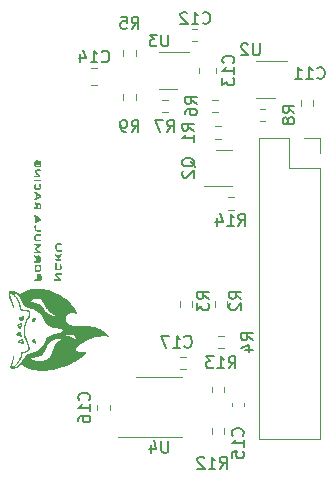
<source format=gbr>
%TF.GenerationSoftware,KiCad,Pcbnew,7.0.11-rc3*%
%TF.CreationDate,2025-03-16T23:25:47+08:00*%
%TF.ProjectId,cooling_DAQ,636f6f6c-696e-4675-9f44-41512e6b6963,rev?*%
%TF.SameCoordinates,Original*%
%TF.FileFunction,Legend,Bot*%
%TF.FilePolarity,Positive*%
%FSLAX46Y46*%
G04 Gerber Fmt 4.6, Leading zero omitted, Abs format (unit mm)*
G04 Created by KiCad (PCBNEW 7.0.11-rc3) date 2025-03-16 23:25:47*
%MOMM*%
%LPD*%
G01*
G04 APERTURE LIST*
%ADD10C,0.150000*%
%ADD11C,0.120000*%
G04 APERTURE END LIST*
D10*
X145166666Y-106704819D02*
X145499999Y-106228628D01*
X145738094Y-106704819D02*
X145738094Y-105704819D01*
X145738094Y-105704819D02*
X145357142Y-105704819D01*
X145357142Y-105704819D02*
X145261904Y-105752438D01*
X145261904Y-105752438D02*
X145214285Y-105800057D01*
X145214285Y-105800057D02*
X145166666Y-105895295D01*
X145166666Y-105895295D02*
X145166666Y-106038152D01*
X145166666Y-106038152D02*
X145214285Y-106133390D01*
X145214285Y-106133390D02*
X145261904Y-106181009D01*
X145261904Y-106181009D02*
X145357142Y-106228628D01*
X145357142Y-106228628D02*
X145738094Y-106228628D01*
X144690475Y-106704819D02*
X144499999Y-106704819D01*
X144499999Y-106704819D02*
X144404761Y-106657200D01*
X144404761Y-106657200D02*
X144357142Y-106609580D01*
X144357142Y-106609580D02*
X144261904Y-106466723D01*
X144261904Y-106466723D02*
X144214285Y-106276247D01*
X144214285Y-106276247D02*
X144214285Y-105895295D01*
X144214285Y-105895295D02*
X144261904Y-105800057D01*
X144261904Y-105800057D02*
X144309523Y-105752438D01*
X144309523Y-105752438D02*
X144404761Y-105704819D01*
X144404761Y-105704819D02*
X144595237Y-105704819D01*
X144595237Y-105704819D02*
X144690475Y-105752438D01*
X144690475Y-105752438D02*
X144738094Y-105800057D01*
X144738094Y-105800057D02*
X144785713Y-105895295D01*
X144785713Y-105895295D02*
X144785713Y-106133390D01*
X144785713Y-106133390D02*
X144738094Y-106228628D01*
X144738094Y-106228628D02*
X144690475Y-106276247D01*
X144690475Y-106276247D02*
X144595237Y-106323866D01*
X144595237Y-106323866D02*
X144404761Y-106323866D01*
X144404761Y-106323866D02*
X144309523Y-106276247D01*
X144309523Y-106276247D02*
X144261904Y-106228628D01*
X144261904Y-106228628D02*
X144214285Y-106133390D01*
X148166666Y-106704819D02*
X148499999Y-106228628D01*
X148738094Y-106704819D02*
X148738094Y-105704819D01*
X148738094Y-105704819D02*
X148357142Y-105704819D01*
X148357142Y-105704819D02*
X148261904Y-105752438D01*
X148261904Y-105752438D02*
X148214285Y-105800057D01*
X148214285Y-105800057D02*
X148166666Y-105895295D01*
X148166666Y-105895295D02*
X148166666Y-106038152D01*
X148166666Y-106038152D02*
X148214285Y-106133390D01*
X148214285Y-106133390D02*
X148261904Y-106181009D01*
X148261904Y-106181009D02*
X148357142Y-106228628D01*
X148357142Y-106228628D02*
X148738094Y-106228628D01*
X147833332Y-105704819D02*
X147166666Y-105704819D01*
X147166666Y-105704819D02*
X147595237Y-106704819D01*
X154559580Y-132407142D02*
X154607200Y-132359523D01*
X154607200Y-132359523D02*
X154654819Y-132216666D01*
X154654819Y-132216666D02*
X154654819Y-132121428D01*
X154654819Y-132121428D02*
X154607200Y-131978571D01*
X154607200Y-131978571D02*
X154511961Y-131883333D01*
X154511961Y-131883333D02*
X154416723Y-131835714D01*
X154416723Y-131835714D02*
X154226247Y-131788095D01*
X154226247Y-131788095D02*
X154083390Y-131788095D01*
X154083390Y-131788095D02*
X153892914Y-131835714D01*
X153892914Y-131835714D02*
X153797676Y-131883333D01*
X153797676Y-131883333D02*
X153702438Y-131978571D01*
X153702438Y-131978571D02*
X153654819Y-132121428D01*
X153654819Y-132121428D02*
X153654819Y-132216666D01*
X153654819Y-132216666D02*
X153702438Y-132359523D01*
X153702438Y-132359523D02*
X153750057Y-132407142D01*
X154654819Y-133359523D02*
X154654819Y-132788095D01*
X154654819Y-133073809D02*
X153654819Y-133073809D01*
X153654819Y-133073809D02*
X153797676Y-132978571D01*
X153797676Y-132978571D02*
X153892914Y-132883333D01*
X153892914Y-132883333D02*
X153940533Y-132788095D01*
X153654819Y-134264285D02*
X153654819Y-133788095D01*
X153654819Y-133788095D02*
X154131009Y-133740476D01*
X154131009Y-133740476D02*
X154083390Y-133788095D01*
X154083390Y-133788095D02*
X154035771Y-133883333D01*
X154035771Y-133883333D02*
X154035771Y-134121428D01*
X154035771Y-134121428D02*
X154083390Y-134216666D01*
X154083390Y-134216666D02*
X154131009Y-134264285D01*
X154131009Y-134264285D02*
X154226247Y-134311904D01*
X154226247Y-134311904D02*
X154464342Y-134311904D01*
X154464342Y-134311904D02*
X154559580Y-134264285D01*
X154559580Y-134264285D02*
X154607200Y-134216666D01*
X154607200Y-134216666D02*
X154654819Y-134121428D01*
X154654819Y-134121428D02*
X154654819Y-133883333D01*
X154654819Y-133883333D02*
X154607200Y-133788095D01*
X154607200Y-133788095D02*
X154559580Y-133740476D01*
X150704819Y-104333333D02*
X150228628Y-104000000D01*
X150704819Y-103761905D02*
X149704819Y-103761905D01*
X149704819Y-103761905D02*
X149704819Y-104142857D01*
X149704819Y-104142857D02*
X149752438Y-104238095D01*
X149752438Y-104238095D02*
X149800057Y-104285714D01*
X149800057Y-104285714D02*
X149895295Y-104333333D01*
X149895295Y-104333333D02*
X150038152Y-104333333D01*
X150038152Y-104333333D02*
X150133390Y-104285714D01*
X150133390Y-104285714D02*
X150181009Y-104238095D01*
X150181009Y-104238095D02*
X150228628Y-104142857D01*
X150228628Y-104142857D02*
X150228628Y-103761905D01*
X149704819Y-105190476D02*
X149704819Y-105000000D01*
X149704819Y-105000000D02*
X149752438Y-104904762D01*
X149752438Y-104904762D02*
X149800057Y-104857143D01*
X149800057Y-104857143D02*
X149942914Y-104761905D01*
X149942914Y-104761905D02*
X150133390Y-104714286D01*
X150133390Y-104714286D02*
X150514342Y-104714286D01*
X150514342Y-104714286D02*
X150609580Y-104761905D01*
X150609580Y-104761905D02*
X150657200Y-104809524D01*
X150657200Y-104809524D02*
X150704819Y-104904762D01*
X150704819Y-104904762D02*
X150704819Y-105095238D01*
X150704819Y-105095238D02*
X150657200Y-105190476D01*
X150657200Y-105190476D02*
X150609580Y-105238095D01*
X150609580Y-105238095D02*
X150514342Y-105285714D01*
X150514342Y-105285714D02*
X150276247Y-105285714D01*
X150276247Y-105285714D02*
X150181009Y-105238095D01*
X150181009Y-105238095D02*
X150133390Y-105190476D01*
X150133390Y-105190476D02*
X150085771Y-105095238D01*
X150085771Y-105095238D02*
X150085771Y-104904762D01*
X150085771Y-104904762D02*
X150133390Y-104809524D01*
X150133390Y-104809524D02*
X150181009Y-104761905D01*
X150181009Y-104761905D02*
X150276247Y-104714286D01*
X154217857Y-114634819D02*
X154551190Y-114158628D01*
X154789285Y-114634819D02*
X154789285Y-113634819D01*
X154789285Y-113634819D02*
X154408333Y-113634819D01*
X154408333Y-113634819D02*
X154313095Y-113682438D01*
X154313095Y-113682438D02*
X154265476Y-113730057D01*
X154265476Y-113730057D02*
X154217857Y-113825295D01*
X154217857Y-113825295D02*
X154217857Y-113968152D01*
X154217857Y-113968152D02*
X154265476Y-114063390D01*
X154265476Y-114063390D02*
X154313095Y-114111009D01*
X154313095Y-114111009D02*
X154408333Y-114158628D01*
X154408333Y-114158628D02*
X154789285Y-114158628D01*
X153265476Y-114634819D02*
X153836904Y-114634819D01*
X153551190Y-114634819D02*
X153551190Y-113634819D01*
X153551190Y-113634819D02*
X153646428Y-113777676D01*
X153646428Y-113777676D02*
X153741666Y-113872914D01*
X153741666Y-113872914D02*
X153836904Y-113920533D01*
X152408333Y-113968152D02*
X152408333Y-114634819D01*
X152646428Y-113587200D02*
X152884523Y-114301485D01*
X152884523Y-114301485D02*
X152265476Y-114301485D01*
X156011904Y-99204819D02*
X156011904Y-100014342D01*
X156011904Y-100014342D02*
X155964285Y-100109580D01*
X155964285Y-100109580D02*
X155916666Y-100157200D01*
X155916666Y-100157200D02*
X155821428Y-100204819D01*
X155821428Y-100204819D02*
X155630952Y-100204819D01*
X155630952Y-100204819D02*
X155535714Y-100157200D01*
X155535714Y-100157200D02*
X155488095Y-100109580D01*
X155488095Y-100109580D02*
X155440476Y-100014342D01*
X155440476Y-100014342D02*
X155440476Y-99204819D01*
X155011904Y-99300057D02*
X154964285Y-99252438D01*
X154964285Y-99252438D02*
X154869047Y-99204819D01*
X154869047Y-99204819D02*
X154630952Y-99204819D01*
X154630952Y-99204819D02*
X154535714Y-99252438D01*
X154535714Y-99252438D02*
X154488095Y-99300057D01*
X154488095Y-99300057D02*
X154440476Y-99395295D01*
X154440476Y-99395295D02*
X154440476Y-99490533D01*
X154440476Y-99490533D02*
X154488095Y-99633390D01*
X154488095Y-99633390D02*
X155059523Y-100204819D01*
X155059523Y-100204819D02*
X154440476Y-100204819D01*
X142642857Y-100709580D02*
X142690476Y-100757200D01*
X142690476Y-100757200D02*
X142833333Y-100804819D01*
X142833333Y-100804819D02*
X142928571Y-100804819D01*
X142928571Y-100804819D02*
X143071428Y-100757200D01*
X143071428Y-100757200D02*
X143166666Y-100661961D01*
X143166666Y-100661961D02*
X143214285Y-100566723D01*
X143214285Y-100566723D02*
X143261904Y-100376247D01*
X143261904Y-100376247D02*
X143261904Y-100233390D01*
X143261904Y-100233390D02*
X143214285Y-100042914D01*
X143214285Y-100042914D02*
X143166666Y-99947676D01*
X143166666Y-99947676D02*
X143071428Y-99852438D01*
X143071428Y-99852438D02*
X142928571Y-99804819D01*
X142928571Y-99804819D02*
X142833333Y-99804819D01*
X142833333Y-99804819D02*
X142690476Y-99852438D01*
X142690476Y-99852438D02*
X142642857Y-99900057D01*
X141690476Y-100804819D02*
X142261904Y-100804819D01*
X141976190Y-100804819D02*
X141976190Y-99804819D01*
X141976190Y-99804819D02*
X142071428Y-99947676D01*
X142071428Y-99947676D02*
X142166666Y-100042914D01*
X142166666Y-100042914D02*
X142261904Y-100090533D01*
X140833333Y-100138152D02*
X140833333Y-100804819D01*
X141071428Y-99757200D02*
X141309523Y-100471485D01*
X141309523Y-100471485D02*
X140690476Y-100471485D01*
X155454819Y-124333333D02*
X154978628Y-124000000D01*
X155454819Y-123761905D02*
X154454819Y-123761905D01*
X154454819Y-123761905D02*
X154454819Y-124142857D01*
X154454819Y-124142857D02*
X154502438Y-124238095D01*
X154502438Y-124238095D02*
X154550057Y-124285714D01*
X154550057Y-124285714D02*
X154645295Y-124333333D01*
X154645295Y-124333333D02*
X154788152Y-124333333D01*
X154788152Y-124333333D02*
X154883390Y-124285714D01*
X154883390Y-124285714D02*
X154931009Y-124238095D01*
X154931009Y-124238095D02*
X154978628Y-124142857D01*
X154978628Y-124142857D02*
X154978628Y-123761905D01*
X154788152Y-125190476D02*
X155454819Y-125190476D01*
X154407200Y-124952381D02*
X155121485Y-124714286D01*
X155121485Y-124714286D02*
X155121485Y-125333333D01*
X151206857Y-97455280D02*
X151254476Y-97502900D01*
X151254476Y-97502900D02*
X151397333Y-97550519D01*
X151397333Y-97550519D02*
X151492571Y-97550519D01*
X151492571Y-97550519D02*
X151635428Y-97502900D01*
X151635428Y-97502900D02*
X151730666Y-97407661D01*
X151730666Y-97407661D02*
X151778285Y-97312423D01*
X151778285Y-97312423D02*
X151825904Y-97121947D01*
X151825904Y-97121947D02*
X151825904Y-96979090D01*
X151825904Y-96979090D02*
X151778285Y-96788614D01*
X151778285Y-96788614D02*
X151730666Y-96693376D01*
X151730666Y-96693376D02*
X151635428Y-96598138D01*
X151635428Y-96598138D02*
X151492571Y-96550519D01*
X151492571Y-96550519D02*
X151397333Y-96550519D01*
X151397333Y-96550519D02*
X151254476Y-96598138D01*
X151254476Y-96598138D02*
X151206857Y-96645757D01*
X150254476Y-97550519D02*
X150825904Y-97550519D01*
X150540190Y-97550519D02*
X150540190Y-96550519D01*
X150540190Y-96550519D02*
X150635428Y-96693376D01*
X150635428Y-96693376D02*
X150730666Y-96788614D01*
X150730666Y-96788614D02*
X150825904Y-96836233D01*
X149873523Y-96645757D02*
X149825904Y-96598138D01*
X149825904Y-96598138D02*
X149730666Y-96550519D01*
X149730666Y-96550519D02*
X149492571Y-96550519D01*
X149492571Y-96550519D02*
X149397333Y-96598138D01*
X149397333Y-96598138D02*
X149349714Y-96645757D01*
X149349714Y-96645757D02*
X149302095Y-96740995D01*
X149302095Y-96740995D02*
X149302095Y-96836233D01*
X149302095Y-96836233D02*
X149349714Y-96979090D01*
X149349714Y-96979090D02*
X149921142Y-97550519D01*
X149921142Y-97550519D02*
X149302095Y-97550519D01*
X149642857Y-124859580D02*
X149690476Y-124907200D01*
X149690476Y-124907200D02*
X149833333Y-124954819D01*
X149833333Y-124954819D02*
X149928571Y-124954819D01*
X149928571Y-124954819D02*
X150071428Y-124907200D01*
X150071428Y-124907200D02*
X150166666Y-124811961D01*
X150166666Y-124811961D02*
X150214285Y-124716723D01*
X150214285Y-124716723D02*
X150261904Y-124526247D01*
X150261904Y-124526247D02*
X150261904Y-124383390D01*
X150261904Y-124383390D02*
X150214285Y-124192914D01*
X150214285Y-124192914D02*
X150166666Y-124097676D01*
X150166666Y-124097676D02*
X150071428Y-124002438D01*
X150071428Y-124002438D02*
X149928571Y-123954819D01*
X149928571Y-123954819D02*
X149833333Y-123954819D01*
X149833333Y-123954819D02*
X149690476Y-124002438D01*
X149690476Y-124002438D02*
X149642857Y-124050057D01*
X148690476Y-124954819D02*
X149261904Y-124954819D01*
X148976190Y-124954819D02*
X148976190Y-123954819D01*
X148976190Y-123954819D02*
X149071428Y-124097676D01*
X149071428Y-124097676D02*
X149166666Y-124192914D01*
X149166666Y-124192914D02*
X149261904Y-124240533D01*
X148357142Y-123954819D02*
X147690476Y-123954819D01*
X147690476Y-123954819D02*
X148119047Y-124954819D01*
X150550057Y-109654761D02*
X150502438Y-109559523D01*
X150502438Y-109559523D02*
X150407200Y-109464285D01*
X150407200Y-109464285D02*
X150264342Y-109321428D01*
X150264342Y-109321428D02*
X150216723Y-109226190D01*
X150216723Y-109226190D02*
X150216723Y-109130952D01*
X150454819Y-109178571D02*
X150407200Y-109083333D01*
X150407200Y-109083333D02*
X150311961Y-108988095D01*
X150311961Y-108988095D02*
X150121485Y-108940476D01*
X150121485Y-108940476D02*
X149788152Y-108940476D01*
X149788152Y-108940476D02*
X149597676Y-108988095D01*
X149597676Y-108988095D02*
X149502438Y-109083333D01*
X149502438Y-109083333D02*
X149454819Y-109178571D01*
X149454819Y-109178571D02*
X149454819Y-109369047D01*
X149454819Y-109369047D02*
X149502438Y-109464285D01*
X149502438Y-109464285D02*
X149597676Y-109559523D01*
X149597676Y-109559523D02*
X149788152Y-109607142D01*
X149788152Y-109607142D02*
X150121485Y-109607142D01*
X150121485Y-109607142D02*
X150311961Y-109559523D01*
X150311961Y-109559523D02*
X150407200Y-109464285D01*
X150407200Y-109464285D02*
X150454819Y-109369047D01*
X150454819Y-109369047D02*
X150454819Y-109178571D01*
X149550057Y-109988095D02*
X149502438Y-110035714D01*
X149502438Y-110035714D02*
X149454819Y-110130952D01*
X149454819Y-110130952D02*
X149454819Y-110369047D01*
X149454819Y-110369047D02*
X149502438Y-110464285D01*
X149502438Y-110464285D02*
X149550057Y-110511904D01*
X149550057Y-110511904D02*
X149645295Y-110559523D01*
X149645295Y-110559523D02*
X149740533Y-110559523D01*
X149740533Y-110559523D02*
X149883390Y-110511904D01*
X149883390Y-110511904D02*
X150454819Y-109940476D01*
X150454819Y-109940476D02*
X150454819Y-110559523D01*
X148261904Y-98454819D02*
X148261904Y-99264342D01*
X148261904Y-99264342D02*
X148214285Y-99359580D01*
X148214285Y-99359580D02*
X148166666Y-99407200D01*
X148166666Y-99407200D02*
X148071428Y-99454819D01*
X148071428Y-99454819D02*
X147880952Y-99454819D01*
X147880952Y-99454819D02*
X147785714Y-99407200D01*
X147785714Y-99407200D02*
X147738095Y-99359580D01*
X147738095Y-99359580D02*
X147690476Y-99264342D01*
X147690476Y-99264342D02*
X147690476Y-98454819D01*
X147309523Y-98454819D02*
X146690476Y-98454819D01*
X146690476Y-98454819D02*
X147023809Y-98835771D01*
X147023809Y-98835771D02*
X146880952Y-98835771D01*
X146880952Y-98835771D02*
X146785714Y-98883390D01*
X146785714Y-98883390D02*
X146738095Y-98931009D01*
X146738095Y-98931009D02*
X146690476Y-99026247D01*
X146690476Y-99026247D02*
X146690476Y-99264342D01*
X146690476Y-99264342D02*
X146738095Y-99359580D01*
X146738095Y-99359580D02*
X146785714Y-99407200D01*
X146785714Y-99407200D02*
X146880952Y-99454819D01*
X146880952Y-99454819D02*
X147166666Y-99454819D01*
X147166666Y-99454819D02*
X147261904Y-99407200D01*
X147261904Y-99407200D02*
X147309523Y-99359580D01*
X154454819Y-120833333D02*
X153978628Y-120500000D01*
X154454819Y-120261905D02*
X153454819Y-120261905D01*
X153454819Y-120261905D02*
X153454819Y-120642857D01*
X153454819Y-120642857D02*
X153502438Y-120738095D01*
X153502438Y-120738095D02*
X153550057Y-120785714D01*
X153550057Y-120785714D02*
X153645295Y-120833333D01*
X153645295Y-120833333D02*
X153788152Y-120833333D01*
X153788152Y-120833333D02*
X153883390Y-120785714D01*
X153883390Y-120785714D02*
X153931009Y-120738095D01*
X153931009Y-120738095D02*
X153978628Y-120642857D01*
X153978628Y-120642857D02*
X153978628Y-120261905D01*
X153550057Y-121214286D02*
X153502438Y-121261905D01*
X153502438Y-121261905D02*
X153454819Y-121357143D01*
X153454819Y-121357143D02*
X153454819Y-121595238D01*
X153454819Y-121595238D02*
X153502438Y-121690476D01*
X153502438Y-121690476D02*
X153550057Y-121738095D01*
X153550057Y-121738095D02*
X153645295Y-121785714D01*
X153645295Y-121785714D02*
X153740533Y-121785714D01*
X153740533Y-121785714D02*
X153883390Y-121738095D01*
X153883390Y-121738095D02*
X154454819Y-121166667D01*
X154454819Y-121166667D02*
X154454819Y-121785714D01*
X153759580Y-100857142D02*
X153807200Y-100809523D01*
X153807200Y-100809523D02*
X153854819Y-100666666D01*
X153854819Y-100666666D02*
X153854819Y-100571428D01*
X153854819Y-100571428D02*
X153807200Y-100428571D01*
X153807200Y-100428571D02*
X153711961Y-100333333D01*
X153711961Y-100333333D02*
X153616723Y-100285714D01*
X153616723Y-100285714D02*
X153426247Y-100238095D01*
X153426247Y-100238095D02*
X153283390Y-100238095D01*
X153283390Y-100238095D02*
X153092914Y-100285714D01*
X153092914Y-100285714D02*
X152997676Y-100333333D01*
X152997676Y-100333333D02*
X152902438Y-100428571D01*
X152902438Y-100428571D02*
X152854819Y-100571428D01*
X152854819Y-100571428D02*
X152854819Y-100666666D01*
X152854819Y-100666666D02*
X152902438Y-100809523D01*
X152902438Y-100809523D02*
X152950057Y-100857142D01*
X153854819Y-101809523D02*
X153854819Y-101238095D01*
X153854819Y-101523809D02*
X152854819Y-101523809D01*
X152854819Y-101523809D02*
X152997676Y-101428571D01*
X152997676Y-101428571D02*
X153092914Y-101333333D01*
X153092914Y-101333333D02*
X153140533Y-101238095D01*
X152854819Y-102142857D02*
X152854819Y-102761904D01*
X152854819Y-102761904D02*
X153235771Y-102428571D01*
X153235771Y-102428571D02*
X153235771Y-102571428D01*
X153235771Y-102571428D02*
X153283390Y-102666666D01*
X153283390Y-102666666D02*
X153331009Y-102714285D01*
X153331009Y-102714285D02*
X153426247Y-102761904D01*
X153426247Y-102761904D02*
X153664342Y-102761904D01*
X153664342Y-102761904D02*
X153759580Y-102714285D01*
X153759580Y-102714285D02*
X153807200Y-102666666D01*
X153807200Y-102666666D02*
X153854819Y-102571428D01*
X153854819Y-102571428D02*
X153854819Y-102285714D01*
X153854819Y-102285714D02*
X153807200Y-102190476D01*
X153807200Y-102190476D02*
X153759580Y-102142857D01*
X150454819Y-106583333D02*
X149978628Y-106250000D01*
X150454819Y-106011905D02*
X149454819Y-106011905D01*
X149454819Y-106011905D02*
X149454819Y-106392857D01*
X149454819Y-106392857D02*
X149502438Y-106488095D01*
X149502438Y-106488095D02*
X149550057Y-106535714D01*
X149550057Y-106535714D02*
X149645295Y-106583333D01*
X149645295Y-106583333D02*
X149788152Y-106583333D01*
X149788152Y-106583333D02*
X149883390Y-106535714D01*
X149883390Y-106535714D02*
X149931009Y-106488095D01*
X149931009Y-106488095D02*
X149978628Y-106392857D01*
X149978628Y-106392857D02*
X149978628Y-106011905D01*
X150454819Y-107535714D02*
X150454819Y-106964286D01*
X150454819Y-107250000D02*
X149454819Y-107250000D01*
X149454819Y-107250000D02*
X149597676Y-107154762D01*
X149597676Y-107154762D02*
X149692914Y-107059524D01*
X149692914Y-107059524D02*
X149740533Y-106964286D01*
X141559580Y-129382142D02*
X141607200Y-129334523D01*
X141607200Y-129334523D02*
X141654819Y-129191666D01*
X141654819Y-129191666D02*
X141654819Y-129096428D01*
X141654819Y-129096428D02*
X141607200Y-128953571D01*
X141607200Y-128953571D02*
X141511961Y-128858333D01*
X141511961Y-128858333D02*
X141416723Y-128810714D01*
X141416723Y-128810714D02*
X141226247Y-128763095D01*
X141226247Y-128763095D02*
X141083390Y-128763095D01*
X141083390Y-128763095D02*
X140892914Y-128810714D01*
X140892914Y-128810714D02*
X140797676Y-128858333D01*
X140797676Y-128858333D02*
X140702438Y-128953571D01*
X140702438Y-128953571D02*
X140654819Y-129096428D01*
X140654819Y-129096428D02*
X140654819Y-129191666D01*
X140654819Y-129191666D02*
X140702438Y-129334523D01*
X140702438Y-129334523D02*
X140750057Y-129382142D01*
X141654819Y-130334523D02*
X141654819Y-129763095D01*
X141654819Y-130048809D02*
X140654819Y-130048809D01*
X140654819Y-130048809D02*
X140797676Y-129953571D01*
X140797676Y-129953571D02*
X140892914Y-129858333D01*
X140892914Y-129858333D02*
X140940533Y-129763095D01*
X140654819Y-131191666D02*
X140654819Y-131001190D01*
X140654819Y-131001190D02*
X140702438Y-130905952D01*
X140702438Y-130905952D02*
X140750057Y-130858333D01*
X140750057Y-130858333D02*
X140892914Y-130763095D01*
X140892914Y-130763095D02*
X141083390Y-130715476D01*
X141083390Y-130715476D02*
X141464342Y-130715476D01*
X141464342Y-130715476D02*
X141559580Y-130763095D01*
X141559580Y-130763095D02*
X141607200Y-130810714D01*
X141607200Y-130810714D02*
X141654819Y-130905952D01*
X141654819Y-130905952D02*
X141654819Y-131096428D01*
X141654819Y-131096428D02*
X141607200Y-131191666D01*
X141607200Y-131191666D02*
X141559580Y-131239285D01*
X141559580Y-131239285D02*
X141464342Y-131286904D01*
X141464342Y-131286904D02*
X141226247Y-131286904D01*
X141226247Y-131286904D02*
X141131009Y-131239285D01*
X141131009Y-131239285D02*
X141083390Y-131191666D01*
X141083390Y-131191666D02*
X141035771Y-131096428D01*
X141035771Y-131096428D02*
X141035771Y-130905952D01*
X141035771Y-130905952D02*
X141083390Y-130810714D01*
X141083390Y-130810714D02*
X141131009Y-130763095D01*
X141131009Y-130763095D02*
X141226247Y-130715476D01*
X148261904Y-132854819D02*
X148261904Y-133664342D01*
X148261904Y-133664342D02*
X148214285Y-133759580D01*
X148214285Y-133759580D02*
X148166666Y-133807200D01*
X148166666Y-133807200D02*
X148071428Y-133854819D01*
X148071428Y-133854819D02*
X147880952Y-133854819D01*
X147880952Y-133854819D02*
X147785714Y-133807200D01*
X147785714Y-133807200D02*
X147738095Y-133759580D01*
X147738095Y-133759580D02*
X147690476Y-133664342D01*
X147690476Y-133664342D02*
X147690476Y-132854819D01*
X146785714Y-133188152D02*
X146785714Y-133854819D01*
X147023809Y-132807200D02*
X147261904Y-133521485D01*
X147261904Y-133521485D02*
X146642857Y-133521485D01*
X153392857Y-126704819D02*
X153726190Y-126228628D01*
X153964285Y-126704819D02*
X153964285Y-125704819D01*
X153964285Y-125704819D02*
X153583333Y-125704819D01*
X153583333Y-125704819D02*
X153488095Y-125752438D01*
X153488095Y-125752438D02*
X153440476Y-125800057D01*
X153440476Y-125800057D02*
X153392857Y-125895295D01*
X153392857Y-125895295D02*
X153392857Y-126038152D01*
X153392857Y-126038152D02*
X153440476Y-126133390D01*
X153440476Y-126133390D02*
X153488095Y-126181009D01*
X153488095Y-126181009D02*
X153583333Y-126228628D01*
X153583333Y-126228628D02*
X153964285Y-126228628D01*
X152440476Y-126704819D02*
X153011904Y-126704819D01*
X152726190Y-126704819D02*
X152726190Y-125704819D01*
X152726190Y-125704819D02*
X152821428Y-125847676D01*
X152821428Y-125847676D02*
X152916666Y-125942914D01*
X152916666Y-125942914D02*
X153011904Y-125990533D01*
X152107142Y-125704819D02*
X151488095Y-125704819D01*
X151488095Y-125704819D02*
X151821428Y-126085771D01*
X151821428Y-126085771D02*
X151678571Y-126085771D01*
X151678571Y-126085771D02*
X151583333Y-126133390D01*
X151583333Y-126133390D02*
X151535714Y-126181009D01*
X151535714Y-126181009D02*
X151488095Y-126276247D01*
X151488095Y-126276247D02*
X151488095Y-126514342D01*
X151488095Y-126514342D02*
X151535714Y-126609580D01*
X151535714Y-126609580D02*
X151583333Y-126657200D01*
X151583333Y-126657200D02*
X151678571Y-126704819D01*
X151678571Y-126704819D02*
X151964285Y-126704819D01*
X151964285Y-126704819D02*
X152059523Y-126657200D01*
X152059523Y-126657200D02*
X152107142Y-126609580D01*
X158954819Y-105083333D02*
X158478628Y-104750000D01*
X158954819Y-104511905D02*
X157954819Y-104511905D01*
X157954819Y-104511905D02*
X157954819Y-104892857D01*
X157954819Y-104892857D02*
X158002438Y-104988095D01*
X158002438Y-104988095D02*
X158050057Y-105035714D01*
X158050057Y-105035714D02*
X158145295Y-105083333D01*
X158145295Y-105083333D02*
X158288152Y-105083333D01*
X158288152Y-105083333D02*
X158383390Y-105035714D01*
X158383390Y-105035714D02*
X158431009Y-104988095D01*
X158431009Y-104988095D02*
X158478628Y-104892857D01*
X158478628Y-104892857D02*
X158478628Y-104511905D01*
X158383390Y-105654762D02*
X158335771Y-105559524D01*
X158335771Y-105559524D02*
X158288152Y-105511905D01*
X158288152Y-105511905D02*
X158192914Y-105464286D01*
X158192914Y-105464286D02*
X158145295Y-105464286D01*
X158145295Y-105464286D02*
X158050057Y-105511905D01*
X158050057Y-105511905D02*
X158002438Y-105559524D01*
X158002438Y-105559524D02*
X157954819Y-105654762D01*
X157954819Y-105654762D02*
X157954819Y-105845238D01*
X157954819Y-105845238D02*
X158002438Y-105940476D01*
X158002438Y-105940476D02*
X158050057Y-105988095D01*
X158050057Y-105988095D02*
X158145295Y-106035714D01*
X158145295Y-106035714D02*
X158192914Y-106035714D01*
X158192914Y-106035714D02*
X158288152Y-105988095D01*
X158288152Y-105988095D02*
X158335771Y-105940476D01*
X158335771Y-105940476D02*
X158383390Y-105845238D01*
X158383390Y-105845238D02*
X158383390Y-105654762D01*
X158383390Y-105654762D02*
X158431009Y-105559524D01*
X158431009Y-105559524D02*
X158478628Y-105511905D01*
X158478628Y-105511905D02*
X158573866Y-105464286D01*
X158573866Y-105464286D02*
X158764342Y-105464286D01*
X158764342Y-105464286D02*
X158859580Y-105511905D01*
X158859580Y-105511905D02*
X158907200Y-105559524D01*
X158907200Y-105559524D02*
X158954819Y-105654762D01*
X158954819Y-105654762D02*
X158954819Y-105845238D01*
X158954819Y-105845238D02*
X158907200Y-105940476D01*
X158907200Y-105940476D02*
X158859580Y-105988095D01*
X158859580Y-105988095D02*
X158764342Y-106035714D01*
X158764342Y-106035714D02*
X158573866Y-106035714D01*
X158573866Y-106035714D02*
X158478628Y-105988095D01*
X158478628Y-105988095D02*
X158431009Y-105940476D01*
X158431009Y-105940476D02*
X158383390Y-105845238D01*
X151704819Y-120833333D02*
X151228628Y-120500000D01*
X151704819Y-120261905D02*
X150704819Y-120261905D01*
X150704819Y-120261905D02*
X150704819Y-120642857D01*
X150704819Y-120642857D02*
X150752438Y-120738095D01*
X150752438Y-120738095D02*
X150800057Y-120785714D01*
X150800057Y-120785714D02*
X150895295Y-120833333D01*
X150895295Y-120833333D02*
X151038152Y-120833333D01*
X151038152Y-120833333D02*
X151133390Y-120785714D01*
X151133390Y-120785714D02*
X151181009Y-120738095D01*
X151181009Y-120738095D02*
X151228628Y-120642857D01*
X151228628Y-120642857D02*
X151228628Y-120261905D01*
X150704819Y-121166667D02*
X150704819Y-121785714D01*
X150704819Y-121785714D02*
X151085771Y-121452381D01*
X151085771Y-121452381D02*
X151085771Y-121595238D01*
X151085771Y-121595238D02*
X151133390Y-121690476D01*
X151133390Y-121690476D02*
X151181009Y-121738095D01*
X151181009Y-121738095D02*
X151276247Y-121785714D01*
X151276247Y-121785714D02*
X151514342Y-121785714D01*
X151514342Y-121785714D02*
X151609580Y-121738095D01*
X151609580Y-121738095D02*
X151657200Y-121690476D01*
X151657200Y-121690476D02*
X151704819Y-121595238D01*
X151704819Y-121595238D02*
X151704819Y-121309524D01*
X151704819Y-121309524D02*
X151657200Y-121214286D01*
X151657200Y-121214286D02*
X151609580Y-121166667D01*
X160892857Y-102109580D02*
X160940476Y-102157200D01*
X160940476Y-102157200D02*
X161083333Y-102204819D01*
X161083333Y-102204819D02*
X161178571Y-102204819D01*
X161178571Y-102204819D02*
X161321428Y-102157200D01*
X161321428Y-102157200D02*
X161416666Y-102061961D01*
X161416666Y-102061961D02*
X161464285Y-101966723D01*
X161464285Y-101966723D02*
X161511904Y-101776247D01*
X161511904Y-101776247D02*
X161511904Y-101633390D01*
X161511904Y-101633390D02*
X161464285Y-101442914D01*
X161464285Y-101442914D02*
X161416666Y-101347676D01*
X161416666Y-101347676D02*
X161321428Y-101252438D01*
X161321428Y-101252438D02*
X161178571Y-101204819D01*
X161178571Y-101204819D02*
X161083333Y-101204819D01*
X161083333Y-101204819D02*
X160940476Y-101252438D01*
X160940476Y-101252438D02*
X160892857Y-101300057D01*
X159940476Y-102204819D02*
X160511904Y-102204819D01*
X160226190Y-102204819D02*
X160226190Y-101204819D01*
X160226190Y-101204819D02*
X160321428Y-101347676D01*
X160321428Y-101347676D02*
X160416666Y-101442914D01*
X160416666Y-101442914D02*
X160511904Y-101490533D01*
X158988095Y-102204819D02*
X159559523Y-102204819D01*
X159273809Y-102204819D02*
X159273809Y-101204819D01*
X159273809Y-101204819D02*
X159369047Y-101347676D01*
X159369047Y-101347676D02*
X159464285Y-101442914D01*
X159464285Y-101442914D02*
X159559523Y-101490533D01*
X145166666Y-97954819D02*
X145499999Y-97478628D01*
X145738094Y-97954819D02*
X145738094Y-96954819D01*
X145738094Y-96954819D02*
X145357142Y-96954819D01*
X145357142Y-96954819D02*
X145261904Y-97002438D01*
X145261904Y-97002438D02*
X145214285Y-97050057D01*
X145214285Y-97050057D02*
X145166666Y-97145295D01*
X145166666Y-97145295D02*
X145166666Y-97288152D01*
X145166666Y-97288152D02*
X145214285Y-97383390D01*
X145214285Y-97383390D02*
X145261904Y-97431009D01*
X145261904Y-97431009D02*
X145357142Y-97478628D01*
X145357142Y-97478628D02*
X145738094Y-97478628D01*
X144261904Y-96954819D02*
X144738094Y-96954819D01*
X144738094Y-96954819D02*
X144785713Y-97431009D01*
X144785713Y-97431009D02*
X144738094Y-97383390D01*
X144738094Y-97383390D02*
X144642856Y-97335771D01*
X144642856Y-97335771D02*
X144404761Y-97335771D01*
X144404761Y-97335771D02*
X144309523Y-97383390D01*
X144309523Y-97383390D02*
X144261904Y-97431009D01*
X144261904Y-97431009D02*
X144214285Y-97526247D01*
X144214285Y-97526247D02*
X144214285Y-97764342D01*
X144214285Y-97764342D02*
X144261904Y-97859580D01*
X144261904Y-97859580D02*
X144309523Y-97907200D01*
X144309523Y-97907200D02*
X144404761Y-97954819D01*
X144404761Y-97954819D02*
X144642856Y-97954819D01*
X144642856Y-97954819D02*
X144738094Y-97907200D01*
X144738094Y-97907200D02*
X144785713Y-97859580D01*
X152642857Y-135204819D02*
X152976190Y-134728628D01*
X153214285Y-135204819D02*
X153214285Y-134204819D01*
X153214285Y-134204819D02*
X152833333Y-134204819D01*
X152833333Y-134204819D02*
X152738095Y-134252438D01*
X152738095Y-134252438D02*
X152690476Y-134300057D01*
X152690476Y-134300057D02*
X152642857Y-134395295D01*
X152642857Y-134395295D02*
X152642857Y-134538152D01*
X152642857Y-134538152D02*
X152690476Y-134633390D01*
X152690476Y-134633390D02*
X152738095Y-134681009D01*
X152738095Y-134681009D02*
X152833333Y-134728628D01*
X152833333Y-134728628D02*
X153214285Y-134728628D01*
X151690476Y-135204819D02*
X152261904Y-135204819D01*
X151976190Y-135204819D02*
X151976190Y-134204819D01*
X151976190Y-134204819D02*
X152071428Y-134347676D01*
X152071428Y-134347676D02*
X152166666Y-134442914D01*
X152166666Y-134442914D02*
X152261904Y-134490533D01*
X151309523Y-134300057D02*
X151261904Y-134252438D01*
X151261904Y-134252438D02*
X151166666Y-134204819D01*
X151166666Y-134204819D02*
X150928571Y-134204819D01*
X150928571Y-134204819D02*
X150833333Y-134252438D01*
X150833333Y-134252438D02*
X150785714Y-134300057D01*
X150785714Y-134300057D02*
X150738095Y-134395295D01*
X150738095Y-134395295D02*
X150738095Y-134490533D01*
X150738095Y-134490533D02*
X150785714Y-134633390D01*
X150785714Y-134633390D02*
X151357142Y-135204819D01*
X151357142Y-135204819D02*
X150738095Y-135204819D01*
D11*
%TO.C,R9*%
X145522500Y-103512742D02*
X145522500Y-103987258D01*
X144477500Y-103512742D02*
X144477500Y-103987258D01*
%TO.C,R7*%
X148237258Y-105022500D02*
X147762742Y-105022500D01*
X148237258Y-103977500D02*
X147762742Y-103977500D01*
%TO.C,C15*%
X153690000Y-129940580D02*
X153690000Y-129659420D01*
X154710000Y-129940580D02*
X154710000Y-129659420D01*
%TO.C,R6*%
X152012742Y-103977500D02*
X152487258Y-103977500D01*
X152012742Y-105022500D02*
X152487258Y-105022500D01*
%TO.C,J1*%
X161120000Y-132700000D02*
X155920000Y-132700000D01*
X161120000Y-109780000D02*
X161120000Y-132700000D01*
X161120000Y-109780000D02*
X158520000Y-109780000D01*
X161120000Y-108510000D02*
X161120000Y-107180000D01*
X161120000Y-107180000D02*
X159790000Y-107180000D01*
X158520000Y-109780000D02*
X158520000Y-107180000D01*
X158520000Y-107180000D02*
X155920000Y-107180000D01*
X155920000Y-107180000D02*
X155920000Y-132700000D01*
%TO.C,R14*%
X153337742Y-112227500D02*
X153812258Y-112227500D01*
X153337742Y-113272500D02*
X153812258Y-113272500D01*
%TO.C,U2*%
X156500000Y-103810000D02*
X157300000Y-103810000D01*
X156500000Y-103810000D02*
X155700000Y-103810000D01*
X156500000Y-100690000D02*
X158300000Y-100690000D01*
X156500000Y-100690000D02*
X155700000Y-100690000D01*
%TO.C,C14*%
X142227064Y-102735000D02*
X141772936Y-102735000D01*
X142227064Y-101265000D02*
X141772936Y-101265000D01*
%TO.C,R4*%
X152512742Y-123977500D02*
X152987258Y-123977500D01*
X152512742Y-125022500D02*
X152987258Y-125022500D01*
%TO.C,C12*%
X150262742Y-97977500D02*
X150737258Y-97977500D01*
X150262742Y-99022500D02*
X150737258Y-99022500D01*
%TO.C,C17*%
X149737258Y-126772500D02*
X149262742Y-126772500D01*
X149737258Y-125727500D02*
X149262742Y-125727500D01*
%TO.C,Q2*%
X153000000Y-108190000D02*
X152350000Y-108190000D01*
X153000000Y-108190000D02*
X153650000Y-108190000D01*
X153000000Y-111310000D02*
X151325000Y-111310000D01*
X153000000Y-111310000D02*
X153650000Y-111310000D01*
%TO.C,U3*%
X148250000Y-103060000D02*
X149050000Y-103060000D01*
X148250000Y-103060000D02*
X147450000Y-103060000D01*
X148250000Y-99940000D02*
X150050000Y-99940000D01*
X148250000Y-99940000D02*
X147450000Y-99940000D01*
%TO.C,R2*%
X152227500Y-121487258D02*
X152227500Y-121012742D01*
X153272500Y-121487258D02*
X153272500Y-121012742D01*
%TO.C,C13*%
X152335000Y-101272936D02*
X152335000Y-101727064D01*
X150865000Y-101272936D02*
X150865000Y-101727064D01*
%TO.C,R1*%
X152737258Y-107272500D02*
X152262742Y-107272500D01*
X152737258Y-106227500D02*
X152262742Y-106227500D01*
%TO.C,C16*%
X143322500Y-129787742D02*
X143322500Y-130262258D01*
X142277500Y-129787742D02*
X142277500Y-130262258D01*
%TO.C,U4*%
X147500000Y-127440000D02*
X145550000Y-127440000D01*
X147500000Y-127440000D02*
X149450000Y-127440000D01*
X147500000Y-132560000D02*
X144050000Y-132560000D01*
X147500000Y-132560000D02*
X149450000Y-132560000D01*
%TO.C,R13*%
X151977500Y-128737258D02*
X151977500Y-128262742D01*
X153022500Y-128737258D02*
X153022500Y-128262742D01*
%TO.C,R8*%
X156487258Y-105772500D02*
X156012742Y-105772500D01*
X156487258Y-104727500D02*
X156012742Y-104727500D01*
%TO.C,R3*%
X150272500Y-121012742D02*
X150272500Y-121487258D01*
X149227500Y-121012742D02*
X149227500Y-121487258D01*
%TO.C,C11*%
X159477500Y-104487258D02*
X159477500Y-104012742D01*
X160522500Y-104487258D02*
X160522500Y-104012742D01*
%TO.C,R5*%
X144477500Y-100237258D02*
X144477500Y-99762742D01*
X145522500Y-100237258D02*
X145522500Y-99762742D01*
%TO.C,G\u002A\u002A\u002A*%
G36*
X136930676Y-124221591D02*
G01*
X136964660Y-124238168D01*
X136994754Y-124269681D01*
X137023043Y-124317615D01*
X137051615Y-124383457D01*
X137059715Y-124404780D01*
X137081904Y-124474066D01*
X137091992Y-124528965D01*
X137090058Y-124570163D01*
X137076180Y-124598347D01*
X137064784Y-124608527D01*
X137045308Y-124615065D01*
X137018713Y-124611187D01*
X136980341Y-124596819D01*
X136967120Y-124590819D01*
X136914691Y-124561730D01*
X136860825Y-124524879D01*
X136810380Y-124484109D01*
X136768215Y-124443260D01*
X136739190Y-124406174D01*
X136735846Y-124400408D01*
X136722572Y-124358684D01*
X136727234Y-124318232D01*
X136748481Y-124281538D01*
X136784962Y-124251087D01*
X136835324Y-124229366D01*
X136842691Y-124227294D01*
X136890715Y-124218461D01*
X136930676Y-124221591D01*
G37*
G36*
X137015216Y-122412804D02*
G01*
X137034123Y-122423373D01*
X137035032Y-122424211D01*
X137046694Y-122439938D01*
X137051592Y-122460786D01*
X137049291Y-122489203D01*
X137039353Y-122527642D01*
X137021345Y-122578551D01*
X136994829Y-122644383D01*
X136978488Y-122682958D01*
X136952636Y-122739455D01*
X136930056Y-122779624D01*
X136908784Y-122804858D01*
X136886853Y-122816551D01*
X136862300Y-122816096D01*
X136833158Y-122804887D01*
X136797462Y-122784316D01*
X136784544Y-122775886D01*
X136746492Y-122743993D01*
X136722064Y-122708604D01*
X136711716Y-122686609D01*
X136703482Y-122660587D01*
X136703741Y-122635681D01*
X136711557Y-122602409D01*
X136713391Y-122596666D01*
X136734822Y-122559815D01*
X136771731Y-122521582D01*
X136821091Y-122484677D01*
X136879875Y-122451810D01*
X136908575Y-122438482D01*
X136955203Y-122419849D01*
X136989829Y-122411460D01*
X137015216Y-122412804D01*
G37*
G36*
X137210133Y-110732638D02*
G01*
X137246291Y-110733240D01*
X137309566Y-110734804D01*
X137365624Y-110736834D01*
X137411385Y-110739187D01*
X137443769Y-110741718D01*
X137459695Y-110744285D01*
X137464786Y-110746436D01*
X137491345Y-110767035D01*
X137505283Y-110795215D01*
X137503383Y-110825030D01*
X137492664Y-110843652D01*
X137474458Y-110860541D01*
X137472753Y-110861257D01*
X137453056Y-110864632D01*
X137417956Y-110867298D01*
X137370925Y-110869259D01*
X137315431Y-110870519D01*
X137254943Y-110871082D01*
X137192932Y-110870952D01*
X137132867Y-110870131D01*
X137078218Y-110868624D01*
X137032453Y-110866434D01*
X136999043Y-110863565D01*
X136981457Y-110860021D01*
X136964135Y-110848471D01*
X136947466Y-110828271D01*
X136946354Y-110825947D01*
X136937977Y-110801252D01*
X136941889Y-110781003D01*
X136959506Y-110756790D01*
X136982972Y-110729509D01*
X137210133Y-110732638D01*
G37*
G36*
X137065876Y-114544269D02*
G01*
X137090884Y-114563941D01*
X137094058Y-114758863D01*
X137094369Y-114777208D01*
X137095768Y-114841471D01*
X137097528Y-114889398D01*
X137099879Y-114923567D01*
X137103048Y-114946554D01*
X137107267Y-114960938D01*
X137112762Y-114969295D01*
X137117048Y-114972621D01*
X137130379Y-114977944D01*
X137152708Y-114982209D01*
X137186670Y-114985731D01*
X137234899Y-114988829D01*
X137300030Y-114991818D01*
X137324095Y-114992838D01*
X137388332Y-114996296D01*
X137436160Y-115000750D01*
X137469958Y-115007053D01*
X137492105Y-115016053D01*
X137504980Y-115028603D01*
X137510960Y-115045551D01*
X137512425Y-115067749D01*
X137512425Y-115068048D01*
X137510694Y-115089055D01*
X137503955Y-115104775D01*
X137489788Y-115115958D01*
X137465774Y-115123351D01*
X137429494Y-115127705D01*
X137378530Y-115129768D01*
X137310463Y-115130289D01*
X137280469Y-115130107D01*
X137223246Y-115128812D01*
X137171313Y-115126475D01*
X137129419Y-115123340D01*
X137102313Y-115119649D01*
X137101545Y-115119483D01*
X137047527Y-115099596D01*
X137005823Y-115065646D01*
X136975621Y-115016702D01*
X136956111Y-114951832D01*
X136954495Y-114940670D01*
X136951762Y-114907764D01*
X136949445Y-114862250D01*
X136947749Y-114808590D01*
X136946880Y-114751246D01*
X136946856Y-114690209D01*
X136947941Y-114640572D01*
X136950375Y-114604955D01*
X136954362Y-114580505D01*
X136960102Y-114564372D01*
X136972112Y-114546274D01*
X136999341Y-114527261D01*
X137031444Y-114526431D01*
X137065876Y-114544269D01*
G37*
G36*
X135741017Y-123625273D02*
G01*
X135762833Y-123633939D01*
X135779199Y-123643774D01*
X135795247Y-123659303D01*
X135808076Y-123682020D01*
X135819830Y-123715953D01*
X135832651Y-123765130D01*
X135843879Y-123808026D01*
X135859871Y-123863090D01*
X135875582Y-123912096D01*
X135889929Y-123955702D01*
X135897665Y-123986305D01*
X135898587Y-124006977D01*
X135892867Y-124021887D01*
X135880677Y-124035202D01*
X135872647Y-124041871D01*
X135859180Y-124047864D01*
X135840496Y-124047221D01*
X135809850Y-124040442D01*
X135781087Y-124032641D01*
X135752718Y-124023021D01*
X135706469Y-124007338D01*
X135631382Y-123975548D01*
X135560762Y-123939688D01*
X135499547Y-123902177D01*
X135452672Y-123865434D01*
X135436870Y-123847628D01*
X135422035Y-123812885D01*
X135596364Y-123812885D01*
X135623875Y-123832236D01*
X135646160Y-123846806D01*
X135690848Y-123871146D01*
X135731360Y-123887628D01*
X135752718Y-123894211D01*
X135732700Y-123822923D01*
X135730848Y-123816361D01*
X135721109Y-123782942D01*
X135713507Y-123758600D01*
X135709554Y-123748219D01*
X135708771Y-123747846D01*
X135695743Y-123749431D01*
X135673016Y-123755830D01*
X135672765Y-123755913D01*
X135642933Y-123770461D01*
X135617985Y-123789870D01*
X135596364Y-123812885D01*
X135422035Y-123812885D01*
X135421774Y-123812273D01*
X135425684Y-123776251D01*
X135448675Y-123741827D01*
X135461371Y-123730863D01*
X135496469Y-123707651D01*
X135541634Y-123683168D01*
X135591207Y-123660152D01*
X135639531Y-123641339D01*
X135680949Y-123629467D01*
X135685074Y-123628622D01*
X135717824Y-123623650D01*
X135741017Y-123625273D01*
G37*
G36*
X136035598Y-122277939D02*
G01*
X136062138Y-122295576D01*
X136062238Y-122295676D01*
X136078626Y-122316939D01*
X136086411Y-122341318D01*
X136085132Y-122371433D01*
X136074331Y-122409903D01*
X136053547Y-122459348D01*
X136022320Y-122522387D01*
X136019747Y-122527357D01*
X135983092Y-122597406D01*
X135953081Y-122651263D01*
X135927652Y-122690086D01*
X135904743Y-122715038D01*
X135882291Y-122727277D01*
X135858235Y-122727965D01*
X135851369Y-122725562D01*
X135830511Y-122718261D01*
X135797057Y-122699326D01*
X135755811Y-122672319D01*
X135729104Y-122653775D01*
X135690349Y-122624560D01*
X135658014Y-122597531D01*
X135637172Y-122576772D01*
X135625748Y-122561056D01*
X135609498Y-122519879D01*
X135609703Y-122516872D01*
X135753963Y-122516872D01*
X135755626Y-122519943D01*
X135769131Y-122532571D01*
X135792322Y-122550441D01*
X135820488Y-122570033D01*
X135848917Y-122587828D01*
X135851369Y-122588322D01*
X135863359Y-122578579D01*
X135881395Y-122551057D01*
X135905700Y-122505433D01*
X135918990Y-122478255D01*
X135934114Y-122444991D01*
X135943477Y-122421266D01*
X135945441Y-122410972D01*
X135935476Y-122412224D01*
X135912714Y-122420578D01*
X135881901Y-122433949D01*
X135847686Y-122450137D01*
X135814716Y-122466940D01*
X135787638Y-122482153D01*
X135771101Y-122493577D01*
X135760444Y-122504920D01*
X135753963Y-122516872D01*
X135609703Y-122516872D01*
X135612264Y-122479299D01*
X135633714Y-122440872D01*
X135673517Y-122406158D01*
X135679135Y-122402498D01*
X135730674Y-122372337D01*
X135791602Y-122341138D01*
X135853663Y-122312918D01*
X135908603Y-122291697D01*
X135956216Y-122277933D01*
X136001220Y-122272081D01*
X136035598Y-122277939D01*
G37*
G36*
X135862655Y-122898715D02*
G01*
X135878869Y-122905592D01*
X135894790Y-122919535D01*
X135909080Y-122937808D01*
X135917370Y-122960808D01*
X135918516Y-122990422D01*
X135912295Y-123029451D01*
X135898489Y-123080692D01*
X135876876Y-123146948D01*
X135875516Y-123150922D01*
X135857830Y-123203329D01*
X135841079Y-123254168D01*
X135827094Y-123297812D01*
X135817707Y-123328633D01*
X135817241Y-123330249D01*
X135804065Y-123367130D01*
X135789200Y-123386979D01*
X135769932Y-123390309D01*
X135743551Y-123377631D01*
X135737199Y-123372688D01*
X135707343Y-123349456D01*
X135657026Y-123305175D01*
X135607898Y-123258999D01*
X135565221Y-123215877D01*
X135531964Y-123178818D01*
X135511098Y-123150827D01*
X135508698Y-123146828D01*
X135493570Y-123113985D01*
X135493352Y-123108949D01*
X135646502Y-123108949D01*
X135646864Y-123111028D01*
X135655177Y-123125789D01*
X135671492Y-123147075D01*
X135691831Y-123170480D01*
X135712215Y-123191600D01*
X135728664Y-123206029D01*
X135737199Y-123209361D01*
X135739903Y-123204950D01*
X135748009Y-123185416D01*
X135758275Y-123155846D01*
X135769285Y-123120995D01*
X135779623Y-123085614D01*
X135787874Y-123054457D01*
X135792622Y-123032277D01*
X135792452Y-123023827D01*
X135773486Y-123027990D01*
X135744282Y-123038529D01*
X135711819Y-123052459D01*
X135683055Y-123066794D01*
X135664944Y-123078550D01*
X135653212Y-123092320D01*
X135646502Y-123108949D01*
X135493352Y-123108949D01*
X135492343Y-123085600D01*
X135504482Y-123053843D01*
X135515074Y-123038226D01*
X135546993Y-123008130D01*
X135591488Y-122977902D01*
X135644264Y-122949719D01*
X135701023Y-122925761D01*
X135757470Y-122908207D01*
X135809309Y-122899236D01*
X135839448Y-122897315D01*
X135862655Y-122898715D01*
G37*
G36*
X135930868Y-124224545D02*
G01*
X135955021Y-124249755D01*
X135976663Y-124290359D01*
X135997923Y-124346757D01*
X136001393Y-124356766D01*
X136020357Y-124406005D01*
X136041790Y-124455093D01*
X136061689Y-124494737D01*
X136079325Y-124528943D01*
X136090111Y-124559362D01*
X136090400Y-124580939D01*
X136088056Y-124587044D01*
X136071587Y-124608815D01*
X136046376Y-124631040D01*
X136019203Y-124648328D01*
X135996853Y-124655289D01*
X135996707Y-124655288D01*
X135979264Y-124652481D01*
X135947175Y-124644998D01*
X135920651Y-124638154D01*
X135904383Y-124633956D01*
X135854830Y-124620468D01*
X135802459Y-124605650D01*
X135751212Y-124590618D01*
X135705033Y-124576486D01*
X135667863Y-124564370D01*
X135643646Y-124555385D01*
X135627416Y-124547622D01*
X135599756Y-124530630D01*
X135582588Y-124514965D01*
X135582428Y-124514734D01*
X135572478Y-124490508D01*
X135568348Y-124460941D01*
X135569857Y-124449691D01*
X135724655Y-124449691D01*
X135725422Y-124451154D01*
X135738583Y-124459144D01*
X135764471Y-124470424D01*
X135798395Y-124483346D01*
X135835665Y-124496264D01*
X135871591Y-124507530D01*
X135901483Y-124515498D01*
X135920651Y-124518520D01*
X135921617Y-124517318D01*
X135920202Y-124503494D01*
X135914120Y-124478154D01*
X135904935Y-124446265D01*
X135894211Y-124412797D01*
X135883511Y-124382718D01*
X135874398Y-124360996D01*
X135868437Y-124352598D01*
X135866353Y-124353145D01*
X135850829Y-124361145D01*
X135824847Y-124376708D01*
X135792725Y-124397287D01*
X135781604Y-124404716D01*
X135752529Y-124425237D01*
X135732265Y-124441215D01*
X135724655Y-124449691D01*
X135569857Y-124449691D01*
X135570292Y-124446449D01*
X135585227Y-124416082D01*
X135615655Y-124381497D01*
X135662486Y-124341745D01*
X135726627Y-124295880D01*
X135766580Y-124269669D01*
X135822060Y-124237292D01*
X135866516Y-124218713D01*
X135902076Y-124214331D01*
X135930868Y-124224545D01*
G37*
G36*
X138778122Y-117801447D02*
G01*
X138787749Y-117804317D01*
X138802578Y-117812152D01*
X138814062Y-117825276D01*
X138822808Y-117846065D01*
X138829423Y-117876892D01*
X138834516Y-117920133D01*
X138838693Y-117978161D01*
X138842562Y-118053351D01*
X138844986Y-118101751D01*
X138849233Y-118168579D01*
X138853696Y-118216663D01*
X138858426Y-118246504D01*
X138863474Y-118258602D01*
X138876977Y-118261340D01*
X138905883Y-118263261D01*
X138945809Y-118264133D01*
X138992463Y-118263783D01*
X139109694Y-118261327D01*
X139108968Y-118129443D01*
X139108940Y-118125310D01*
X139107655Y-118070979D01*
X139104926Y-118019074D01*
X139101135Y-117975297D01*
X139096663Y-117945353D01*
X139090604Y-117901760D01*
X139095808Y-117867814D01*
X139113926Y-117847060D01*
X139145517Y-117838271D01*
X139150333Y-117837952D01*
X139174325Y-117839970D01*
X139193754Y-117849865D01*
X139209454Y-117869578D01*
X139222258Y-117901054D01*
X139233002Y-117946234D01*
X139242518Y-118007063D01*
X139251642Y-118085481D01*
X139255601Y-118131545D01*
X139256902Y-118213197D01*
X139248960Y-118278910D01*
X139231618Y-118329623D01*
X139204718Y-118366275D01*
X139187285Y-118380606D01*
X139161021Y-118394902D01*
X139128060Y-118404546D01*
X139085226Y-118410115D01*
X139029345Y-118412187D01*
X138957242Y-118411341D01*
X138927563Y-118410430D01*
X138867283Y-118406983D01*
X138821926Y-118400832D01*
X138788233Y-118390769D01*
X138762945Y-118375585D01*
X138742805Y-118354071D01*
X138724554Y-118325019D01*
X138720963Y-118318364D01*
X138713043Y-118301121D01*
X138707196Y-118281942D01*
X138702915Y-118257308D01*
X138699694Y-118223699D01*
X138697026Y-118177596D01*
X138694406Y-118115480D01*
X138692886Y-118076278D01*
X138690695Y-118019705D01*
X138688762Y-117969708D01*
X138687253Y-117930604D01*
X138686335Y-117906708D01*
X138686380Y-117890357D01*
X138694684Y-117847213D01*
X138713932Y-117816648D01*
X138742340Y-117800710D01*
X138778122Y-117801447D01*
G37*
G36*
X138747336Y-117007163D02*
G01*
X138761733Y-117012544D01*
X138779177Y-117024161D01*
X138802232Y-117044034D01*
X138833459Y-117074183D01*
X138875420Y-117116628D01*
X138983632Y-117227275D01*
X139012471Y-117179318D01*
X139018615Y-117169346D01*
X139059223Y-117113972D01*
X139102275Y-117071333D01*
X139145635Y-117042885D01*
X139187170Y-117030087D01*
X139224745Y-117034395D01*
X139248587Y-117050554D01*
X139261999Y-117076674D01*
X139261802Y-117106086D01*
X139248158Y-117133308D01*
X139221231Y-117152855D01*
X139194121Y-117170614D01*
X139160556Y-117207440D01*
X139125629Y-117260036D01*
X139090539Y-117326565D01*
X139056488Y-117405189D01*
X139037773Y-117452669D01*
X139117617Y-117459328D01*
X139126627Y-117460157D01*
X139166424Y-117465602D01*
X139199526Y-117472806D01*
X139219520Y-117480440D01*
X139232797Y-117494113D01*
X139241724Y-117521967D01*
X139237898Y-117552462D01*
X139221191Y-117578250D01*
X139217689Y-117581235D01*
X139206346Y-117587999D01*
X139190326Y-117592283D01*
X139165919Y-117594503D01*
X139129412Y-117595077D01*
X139077095Y-117594420D01*
X139019682Y-117593137D01*
X138932762Y-117590247D01*
X138856246Y-117586494D01*
X138792418Y-117582022D01*
X138743560Y-117576973D01*
X138711955Y-117571492D01*
X138707917Y-117570361D01*
X138680081Y-117557556D01*
X138660667Y-117540835D01*
X138647892Y-117514747D01*
X138650148Y-117487071D01*
X138670970Y-117458471D01*
X138675690Y-117453804D01*
X138687383Y-117443991D01*
X138700447Y-117438379D01*
X138719412Y-117436275D01*
X138748805Y-117436988D01*
X138793155Y-117439829D01*
X138890026Y-117446501D01*
X138900670Y-117419183D01*
X138904295Y-117400461D01*
X138896407Y-117363086D01*
X138871052Y-117317844D01*
X138828150Y-117264607D01*
X138767622Y-117203242D01*
X138730200Y-117167371D01*
X138696790Y-117133187D01*
X138674984Y-117106939D01*
X138662983Y-117086034D01*
X138658987Y-117067881D01*
X138661197Y-117049886D01*
X138670566Y-117029402D01*
X138695425Y-117011722D01*
X138735098Y-117005981D01*
X138747336Y-117007163D01*
G37*
G36*
X137526098Y-115357997D02*
G01*
X137546393Y-115387770D01*
X137549440Y-115420833D01*
X137533173Y-115453606D01*
X137529523Y-115457892D01*
X137520893Y-115465355D01*
X137508638Y-115470805D01*
X137489578Y-115474788D01*
X137460534Y-115477850D01*
X137418324Y-115480539D01*
X137359769Y-115483400D01*
X137332151Y-115484742D01*
X137276251Y-115487851D01*
X137225955Y-115491143D01*
X137185902Y-115494299D01*
X137160732Y-115497003D01*
X137158599Y-115497316D01*
X137126547Y-115502638D01*
X137105072Y-115509800D01*
X137092055Y-115522342D01*
X137085378Y-115543803D01*
X137082926Y-115577723D01*
X137082579Y-115627642D01*
X137082864Y-115660679D01*
X137084143Y-115705413D01*
X137086214Y-115741994D01*
X137088817Y-115764729D01*
X137092395Y-115778855D01*
X137100849Y-115795605D01*
X137115409Y-115807891D01*
X137138764Y-115816590D01*
X137173597Y-115822579D01*
X137222597Y-115826735D01*
X137288449Y-115829937D01*
X137342380Y-115832428D01*
X137395590Y-115836316D01*
X137433632Y-115841774D01*
X137458956Y-115849629D01*
X137474012Y-115860713D01*
X137481249Y-115875855D01*
X137483117Y-115895885D01*
X137481579Y-115916944D01*
X137473749Y-115937315D01*
X137456908Y-115951470D01*
X137428436Y-115960627D01*
X137385713Y-115966001D01*
X137326118Y-115968812D01*
X137246617Y-115969027D01*
X137162651Y-115963446D01*
X137095117Y-115951538D01*
X137045089Y-115933438D01*
X137021329Y-115916823D01*
X136988956Y-115880137D01*
X136962768Y-115833999D01*
X136946712Y-115784388D01*
X136944697Y-115772071D01*
X136940915Y-115732703D01*
X136938641Y-115683654D01*
X136937845Y-115629785D01*
X136938495Y-115575960D01*
X136940559Y-115527040D01*
X136944006Y-115487890D01*
X136948803Y-115463370D01*
X136951702Y-115456424D01*
X136970141Y-115427896D01*
X136994655Y-115402729D01*
X136998358Y-115399836D01*
X137027576Y-115381521D01*
X137063317Y-115367107D01*
X137108175Y-115356087D01*
X137164744Y-115347951D01*
X137235616Y-115342193D01*
X137323386Y-115338302D01*
X137500694Y-115332593D01*
X137526098Y-115357997D01*
G37*
G36*
X137432712Y-111048493D02*
G01*
X137453408Y-111058421D01*
X137469638Y-111079083D01*
X137482454Y-111112680D01*
X137492911Y-111161413D01*
X137502061Y-111227481D01*
X137506440Y-111267787D01*
X137512077Y-111348091D01*
X137510901Y-111412738D01*
X137502146Y-111463839D01*
X137485048Y-111503505D01*
X137458840Y-111533846D01*
X137422758Y-111556974D01*
X137376036Y-111574997D01*
X137368793Y-111577125D01*
X137320638Y-111587605D01*
X137263321Y-111595514D01*
X137202487Y-111600507D01*
X137143781Y-111602240D01*
X137092848Y-111600370D01*
X137055331Y-111594552D01*
X137051636Y-111593506D01*
X137000630Y-111569512D01*
X136963375Y-111531817D01*
X136940611Y-111481153D01*
X136939226Y-111475421D01*
X136933836Y-111439543D01*
X136929986Y-111391478D01*
X136927744Y-111336495D01*
X136927181Y-111279868D01*
X136928366Y-111226866D01*
X136931370Y-111182762D01*
X136936262Y-111152827D01*
X136937482Y-111148703D01*
X136948599Y-111122242D01*
X136961151Y-111104795D01*
X136966615Y-111100937D01*
X136995935Y-111092717D01*
X137028646Y-111097265D01*
X137056256Y-111113780D01*
X137059794Y-111117446D01*
X137066965Y-111127019D01*
X137071917Y-111139654D01*
X137075057Y-111158646D01*
X137076794Y-111187291D01*
X137077537Y-111228883D01*
X137077694Y-111286719D01*
X137077740Y-111312693D01*
X137078345Y-111365300D01*
X137079854Y-111402288D01*
X137082521Y-111426451D01*
X137086600Y-111440586D01*
X137092348Y-111447488D01*
X137102202Y-111451475D01*
X137132186Y-111455860D01*
X137173116Y-111456729D01*
X137219913Y-111454526D01*
X137267501Y-111449691D01*
X137310803Y-111442667D01*
X137344739Y-111433896D01*
X137364234Y-111423820D01*
X137368405Y-111418673D01*
X137372458Y-111408223D01*
X137374203Y-111391314D01*
X137373674Y-111364706D01*
X137370907Y-111325160D01*
X137365939Y-111269435D01*
X137364358Y-111252276D01*
X137359924Y-111201598D01*
X137356423Y-111157722D01*
X137354179Y-111124864D01*
X137353513Y-111107238D01*
X137362551Y-111077943D01*
X137385219Y-111055515D01*
X137415549Y-111046750D01*
X137432712Y-111048493D01*
G37*
G36*
X137003477Y-113737496D02*
G01*
X137030521Y-113749011D01*
X137067040Y-113766070D01*
X137109108Y-113786907D01*
X137154790Y-113811432D01*
X137209896Y-113845612D01*
X137265528Y-113886127D01*
X137327819Y-113937193D01*
X137348932Y-113955308D01*
X137397646Y-113998360D01*
X137433352Y-114032633D01*
X137457901Y-114060395D01*
X137473144Y-114083909D01*
X137480932Y-114105442D01*
X137483117Y-114127259D01*
X137483116Y-114127690D01*
X137478173Y-114157836D01*
X137462263Y-114185473D01*
X137433401Y-114212462D01*
X137389603Y-114240664D01*
X137328885Y-114271942D01*
X137300465Y-114285772D01*
X137243223Y-114314581D01*
X137185820Y-114344470D01*
X137177829Y-114348802D01*
X137137212Y-114370819D01*
X137133930Y-114372653D01*
X137083522Y-114400755D01*
X137047076Y-114420597D01*
X137021649Y-114433355D01*
X137004293Y-114440203D01*
X136992064Y-114442317D01*
X136982015Y-114440872D01*
X136971201Y-114437042D01*
X136944866Y-114420293D01*
X136931355Y-114394610D01*
X136933425Y-114364523D01*
X136950769Y-114333453D01*
X136983079Y-114304825D01*
X137021136Y-114279641D01*
X137026651Y-114187196D01*
X137027136Y-114178276D01*
X137028765Y-114120392D01*
X137028705Y-114099635D01*
X137170502Y-114099635D01*
X137170753Y-114123669D01*
X137172212Y-114158962D01*
X137174682Y-114183155D01*
X137177829Y-114192029D01*
X137178992Y-114191771D01*
X137193427Y-114185343D01*
X137219146Y-114172075D01*
X137251477Y-114154359D01*
X137317799Y-114117103D01*
X137249556Y-114061965D01*
X137234788Y-114050135D01*
X137206275Y-114027933D01*
X137185408Y-114012568D01*
X137175907Y-114006827D01*
X137174510Y-114009990D01*
X137172448Y-114028459D01*
X137171029Y-114059755D01*
X137170502Y-114099635D01*
X137028705Y-114099635D01*
X137028584Y-114057374D01*
X137026595Y-114001362D01*
X137021023Y-113907974D01*
X136975481Y-113884897D01*
X136959621Y-113875865D01*
X136933911Y-113856633D01*
X136918997Y-113839073D01*
X136918240Y-113837496D01*
X136909295Y-113815964D01*
X136909161Y-113800075D01*
X136917579Y-113778787D01*
X136930642Y-113760726D01*
X136958754Y-113741153D01*
X136989853Y-113733289D01*
X137003477Y-113737496D01*
G37*
G36*
X137347438Y-109866621D02*
G01*
X137405749Y-109871319D01*
X137455468Y-109879195D01*
X137493029Y-109890231D01*
X137514867Y-109904409D01*
X137516684Y-109906748D01*
X137530072Y-109938601D01*
X137528588Y-109972731D01*
X137512425Y-110001443D01*
X137504622Y-110008093D01*
X137494267Y-110013170D01*
X137478724Y-110016711D01*
X137455122Y-110018989D01*
X137420593Y-110020278D01*
X137372266Y-110020851D01*
X137307271Y-110020981D01*
X137304365Y-110020982D01*
X137234706Y-110021397D01*
X137183062Y-110022646D01*
X137147976Y-110024819D01*
X137127993Y-110028004D01*
X137121655Y-110032290D01*
X137126799Y-110047001D01*
X137144575Y-110073651D01*
X137172674Y-110107763D01*
X137208622Y-110146547D01*
X137249943Y-110187208D01*
X137294164Y-110226955D01*
X137312090Y-110242654D01*
X137371951Y-110302182D01*
X137415325Y-110358255D01*
X137441754Y-110410034D01*
X137450782Y-110456683D01*
X137441951Y-110497367D01*
X137429155Y-110524097D01*
X137258309Y-110535529D01*
X137236120Y-110537002D01*
X137149183Y-110542434D01*
X137079181Y-110546051D01*
X137024058Y-110547804D01*
X136981755Y-110547641D01*
X136950213Y-110545514D01*
X136927375Y-110541372D01*
X136911182Y-110535166D01*
X136899575Y-110526846D01*
X136891128Y-110517337D01*
X136879434Y-110487273D01*
X136884772Y-110456244D01*
X136906732Y-110429801D01*
X136915394Y-110424448D01*
X136930830Y-110418737D01*
X136953433Y-110414369D01*
X136986296Y-110410943D01*
X137032511Y-110408055D01*
X137095171Y-110405305D01*
X137136467Y-110403458D01*
X137185997Y-110400562D01*
X137225923Y-110397430D01*
X137252936Y-110394330D01*
X137263728Y-110391534D01*
X137263603Y-110389616D01*
X137254029Y-110377328D01*
X137233330Y-110357605D01*
X137204818Y-110333696D01*
X137165844Y-110300950D01*
X137110212Y-110248076D01*
X137059815Y-110193099D01*
X137016759Y-110138748D01*
X136983149Y-110087754D01*
X136961090Y-110042846D01*
X136952688Y-110006755D01*
X136960367Y-109966424D01*
X136985130Y-109929934D01*
X137024594Y-109901942D01*
X137051756Y-109891432D01*
X137099560Y-109879970D01*
X137156595Y-109871776D01*
X137219296Y-109866832D01*
X137284099Y-109865120D01*
X137347438Y-109866621D01*
G37*
G36*
X137347735Y-117921758D02*
G01*
X137395152Y-117925932D01*
X137429464Y-117935304D01*
X137453754Y-117951185D01*
X137471104Y-117974883D01*
X137484597Y-118007709D01*
X137495187Y-118047497D01*
X137505955Y-118106832D01*
X137514478Y-118175017D01*
X137520060Y-118246332D01*
X137522006Y-118315058D01*
X137521630Y-118336190D01*
X137515242Y-118394203D01*
X137499681Y-118438527D01*
X137473305Y-118472638D01*
X137434467Y-118500012D01*
X137379222Y-118523733D01*
X137310019Y-118542553D01*
X137233568Y-118554798D01*
X137155848Y-118559198D01*
X137105714Y-118557704D01*
X137102117Y-118557177D01*
X137058703Y-118550811D01*
X137024074Y-118536828D01*
X136998130Y-118514141D01*
X136977180Y-118481135D01*
X136973931Y-118474649D01*
X136967145Y-118459330D01*
X136962269Y-118443192D01*
X136959049Y-118423116D01*
X136958354Y-118412750D01*
X137102117Y-118412750D01*
X137168059Y-118412606D01*
X137177750Y-118412457D01*
X137223491Y-118409121D01*
X137271390Y-118402228D01*
X137316027Y-118392870D01*
X137351982Y-118382140D01*
X137373835Y-118371131D01*
X137377314Y-118367387D01*
X137382083Y-118355413D01*
X137384193Y-118334479D01*
X137383863Y-118301095D01*
X137381310Y-118251768D01*
X137379046Y-118217577D01*
X137375461Y-118170975D01*
X137371894Y-118131886D01*
X137368859Y-118106309D01*
X137363020Y-118068521D01*
X137249665Y-118073199D01*
X137207932Y-118075360D01*
X137166575Y-118078464D01*
X137135452Y-118081875D01*
X137119213Y-118085167D01*
X137117711Y-118085869D01*
X137111727Y-118091092D01*
X137107487Y-118101520D01*
X137104699Y-118120019D01*
X137103069Y-118149455D01*
X137102306Y-118192694D01*
X137102117Y-118252603D01*
X137102117Y-118412750D01*
X136958354Y-118412750D01*
X136957229Y-118395981D01*
X136956557Y-118358670D01*
X136956779Y-118308062D01*
X136957641Y-118241039D01*
X136958201Y-118203310D01*
X136959277Y-118145703D01*
X136960678Y-118103044D01*
X136962757Y-118072335D01*
X136965865Y-118050579D01*
X136970355Y-118034781D01*
X136976578Y-118021941D01*
X136984886Y-118009064D01*
X137004768Y-117985119D01*
X137036017Y-117961669D01*
X137076936Y-117944291D01*
X137129923Y-117932278D01*
X137197377Y-117924922D01*
X137281700Y-117921515D01*
X137284130Y-117921473D01*
X137347735Y-117921758D01*
G37*
G36*
X137480689Y-118727840D02*
G01*
X137506693Y-118743968D01*
X137516264Y-118761867D01*
X137527259Y-118796140D01*
X137538299Y-118842008D01*
X137548671Y-118895385D01*
X137557663Y-118952184D01*
X137564561Y-119008319D01*
X137568651Y-119059705D01*
X137569221Y-119102253D01*
X137568990Y-119107977D01*
X137566396Y-119147902D01*
X137561522Y-119175325D01*
X137552674Y-119196548D01*
X137538159Y-119217873D01*
X137528900Y-119229482D01*
X137499411Y-119259172D01*
X137464961Y-119281808D01*
X137421909Y-119298968D01*
X137366613Y-119312233D01*
X137295434Y-119323182D01*
X137284396Y-119324525D01*
X137227032Y-119328825D01*
X137165755Y-119328424D01*
X137093037Y-119323328D01*
X137061592Y-119320269D01*
X137010670Y-119313952D01*
X136974733Y-119306690D01*
X136950731Y-119297496D01*
X136935616Y-119285382D01*
X136926339Y-119269362D01*
X136918808Y-119247999D01*
X136918891Y-119231843D01*
X136927348Y-119210480D01*
X136931444Y-119202556D01*
X136948413Y-119183823D01*
X136974471Y-119172959D01*
X137012873Y-119169047D01*
X137066875Y-119171169D01*
X137147863Y-119177395D01*
X137154239Y-119095476D01*
X137154923Y-119086174D01*
X137157835Y-119033453D01*
X137159907Y-118974618D01*
X137160728Y-118920750D01*
X137161578Y-118874114D01*
X137166240Y-118818661D01*
X137175760Y-118779069D01*
X137191034Y-118753306D01*
X137212955Y-118739339D01*
X137242420Y-118735135D01*
X137263674Y-118741128D01*
X137288128Y-118762000D01*
X137294126Y-118769942D01*
X137301060Y-118782505D01*
X137305022Y-118798347D01*
X137306439Y-118821523D01*
X137305740Y-118856088D01*
X137303353Y-118906097D01*
X137301184Y-118945664D01*
X137297723Y-119003599D01*
X137294190Y-119057873D01*
X137291085Y-119100558D01*
X137284945Y-119177788D01*
X137329056Y-119171742D01*
X137336777Y-119170617D01*
X137385403Y-119158893D01*
X137416539Y-119141198D01*
X137431358Y-119116903D01*
X137432206Y-119107662D01*
X137431316Y-119079581D01*
X137427961Y-119038534D01*
X137422485Y-118988422D01*
X137415229Y-118933142D01*
X137410585Y-118900218D01*
X137403793Y-118849768D01*
X137399751Y-118813761D01*
X137398345Y-118788988D01*
X137399465Y-118772239D01*
X137402998Y-118760302D01*
X137408832Y-118749969D01*
X137421513Y-118736769D01*
X137449768Y-118725596D01*
X137480689Y-118727840D01*
G37*
G36*
X137183380Y-116168474D02*
G01*
X137246839Y-116170549D01*
X137307066Y-116173537D01*
X137358111Y-116177131D01*
X137396522Y-116181087D01*
X137418847Y-116185160D01*
X137464067Y-116206429D01*
X137495359Y-116237367D01*
X137510238Y-116274408D01*
X137508236Y-116314599D01*
X137488885Y-116354985D01*
X137451716Y-116392613D01*
X137451553Y-116392737D01*
X137429970Y-116406845D01*
X137395554Y-116426786D01*
X137353011Y-116449925D01*
X137307044Y-116473628D01*
X137261210Y-116497194D01*
X137215994Y-116521545D01*
X137177983Y-116543116D01*
X137152368Y-116559042D01*
X137109812Y-116588270D01*
X137132830Y-116610903D01*
X137135344Y-116613181D01*
X137155613Y-116628116D01*
X137188170Y-116649393D01*
X137229085Y-116674514D01*
X137274431Y-116700981D01*
X137340336Y-116739748D01*
X137402446Y-116780228D01*
X137448307Y-116815935D01*
X137479012Y-116848048D01*
X137495653Y-116877743D01*
X137499321Y-116906198D01*
X137491110Y-116934591D01*
X137478755Y-116954843D01*
X137459557Y-116970918D01*
X137431818Y-116979915D01*
X137392004Y-116982894D01*
X137336579Y-116980915D01*
X137327880Y-116980391D01*
X137279515Y-116978108D01*
X137219893Y-116976029D01*
X137155762Y-116974365D01*
X137093873Y-116973329D01*
X137058398Y-116972903D01*
X137011067Y-116971995D01*
X136978114Y-116970444D01*
X136956278Y-116967762D01*
X136942299Y-116963463D01*
X136932916Y-116957057D01*
X136924867Y-116948059D01*
X136923955Y-116946912D01*
X136909845Y-116915545D01*
X136914059Y-116884478D01*
X136936040Y-116858185D01*
X136940811Y-116855049D01*
X136958848Y-116847489D01*
X136985796Y-116841818D01*
X137025197Y-116837437D01*
X137080595Y-116833746D01*
X137200726Y-116827152D01*
X137153864Y-116801506D01*
X137107628Y-116774844D01*
X137045070Y-116732054D01*
X137000085Y-116690599D01*
X136971592Y-116649405D01*
X136958510Y-116607398D01*
X136957541Y-116591712D01*
X136966520Y-116549269D01*
X136992857Y-116506512D01*
X137037056Y-116462904D01*
X137099625Y-116417906D01*
X137181070Y-116370981D01*
X137282848Y-116317250D01*
X137136309Y-116312172D01*
X137112562Y-116311249D01*
X137061977Y-116308596D01*
X137019136Y-116305425D01*
X136987968Y-116302056D01*
X136972403Y-116298811D01*
X136949112Y-116279992D01*
X136937632Y-116251241D01*
X136941461Y-116219080D01*
X136961130Y-116188695D01*
X136986221Y-116163605D01*
X137183380Y-116168474D01*
G37*
G36*
X139068705Y-116131886D02*
G01*
X139133251Y-116133432D01*
X139182272Y-116136756D01*
X139218176Y-116142282D01*
X139243370Y-116150432D01*
X139260262Y-116161628D01*
X139271260Y-116176294D01*
X139277246Y-116191468D01*
X139279262Y-116227284D01*
X139266776Y-116259210D01*
X139266362Y-116259770D01*
X139260231Y-116266179D01*
X139251003Y-116270904D01*
X139235938Y-116274199D01*
X139212296Y-116276320D01*
X139177336Y-116277519D01*
X139128319Y-116278052D01*
X139062504Y-116278174D01*
X139056073Y-116278178D01*
X138997374Y-116278664D01*
X138945673Y-116279859D01*
X138904104Y-116281633D01*
X138875802Y-116283855D01*
X138863903Y-116286397D01*
X138860854Y-116296308D01*
X138858466Y-116322780D01*
X138857376Y-116361332D01*
X138857483Y-116407921D01*
X138858683Y-116458507D01*
X138860873Y-116509048D01*
X138863952Y-116555503D01*
X138867817Y-116593830D01*
X138872365Y-116619988D01*
X138877902Y-116638699D01*
X138891442Y-116665747D01*
X138910308Y-116680832D01*
X138914320Y-116682322D01*
X138938312Y-116687240D01*
X138976139Y-116692093D01*
X139023474Y-116696389D01*
X139075989Y-116699638D01*
X139128835Y-116702359D01*
X139169406Y-116705227D01*
X139197200Y-116708674D01*
X139215699Y-116713324D01*
X139228385Y-116719797D01*
X139238740Y-116728716D01*
X139256117Y-116752681D01*
X139258909Y-116781339D01*
X139242448Y-116811957D01*
X139237212Y-116817951D01*
X139225119Y-116827157D01*
X139207591Y-116832831D01*
X139179928Y-116836156D01*
X139137429Y-116838309D01*
X139122904Y-116838757D01*
X139052693Y-116838195D01*
X138983968Y-116833592D01*
X138921222Y-116825494D01*
X138868945Y-116814451D01*
X138831628Y-116801010D01*
X138816716Y-116792268D01*
X138780488Y-116758292D01*
X138751845Y-116709315D01*
X138730191Y-116644117D01*
X138714935Y-116561481D01*
X138712130Y-116533709D01*
X138709276Y-116485251D01*
X138707664Y-116430185D01*
X138707584Y-116375866D01*
X138707675Y-116370075D01*
X138708948Y-116319917D01*
X138711333Y-116284254D01*
X138715553Y-116258489D01*
X138722332Y-116238026D01*
X138732393Y-116218268D01*
X138733381Y-116216570D01*
X138761135Y-116181957D01*
X138795788Y-116154768D01*
X138796582Y-116154313D01*
X138811720Y-116146255D01*
X138826882Y-116140370D01*
X138845321Y-116136318D01*
X138870288Y-116133759D01*
X138905037Y-116132352D01*
X138952819Y-116131758D01*
X139016886Y-116131635D01*
X139068705Y-116131886D01*
G37*
G36*
X137062944Y-112609776D02*
G01*
X137076842Y-112622559D01*
X137096204Y-112647139D01*
X137116695Y-112678088D01*
X137152290Y-112736682D01*
X137190708Y-112705808D01*
X137233977Y-112680299D01*
X137284712Y-112669157D01*
X137336385Y-112674622D01*
X137386491Y-112695608D01*
X137432524Y-112731029D01*
X137471980Y-112779801D01*
X137502352Y-112840837D01*
X137519356Y-112892819D01*
X137535366Y-112978141D01*
X137535771Y-113065241D01*
X137520883Y-113159501D01*
X137514790Y-113183595D01*
X137507009Y-113202140D01*
X137495059Y-113215592D01*
X137476377Y-113224762D01*
X137448403Y-113230463D01*
X137408576Y-113233505D01*
X137395194Y-113233800D01*
X137354334Y-113234702D01*
X137283116Y-113234865D01*
X137273161Y-113234847D01*
X137186606Y-113233913D01*
X137113925Y-113231340D01*
X137050023Y-113226773D01*
X136989803Y-113219861D01*
X136928168Y-113210248D01*
X136900194Y-113200920D01*
X136876880Y-113185667D01*
X136864350Y-113167715D01*
X136857271Y-113136306D01*
X136863490Y-113105515D01*
X136882607Y-113082542D01*
X136888233Y-113079136D01*
X136907554Y-113072070D01*
X136933759Y-113070248D01*
X136972972Y-113073023D01*
X137006737Y-113076826D01*
X137039031Y-113081204D01*
X137059207Y-113084821D01*
X137060235Y-113085071D01*
X137069495Y-113085910D01*
X137075712Y-113080859D01*
X137079942Y-113066514D01*
X137081560Y-113053257D01*
X137235163Y-113053257D01*
X137235177Y-113080938D01*
X137237943Y-113094089D01*
X137238957Y-113094580D01*
X137253850Y-113096466D01*
X137282094Y-113097790D01*
X137318668Y-113098289D01*
X137395194Y-113098289D01*
X137395194Y-113026760D01*
X137395129Y-113019327D01*
X137390533Y-112964334D01*
X137379697Y-112915231D01*
X137364042Y-112873916D01*
X137344991Y-112842288D01*
X137323967Y-112822247D01*
X137302391Y-112815691D01*
X137281686Y-112824518D01*
X137263274Y-112850629D01*
X137259130Y-112862698D01*
X137252775Y-112891974D01*
X137246707Y-112930405D01*
X137241421Y-112973254D01*
X137237408Y-113015784D01*
X137235163Y-113053257D01*
X137081560Y-113053257D01*
X137083243Y-113039473D01*
X137086669Y-112996333D01*
X137093540Y-112902726D01*
X137028223Y-112795851D01*
X137026659Y-112793285D01*
X137001752Y-112750390D01*
X136981498Y-112711815D01*
X136967885Y-112681587D01*
X136962905Y-112663732D01*
X136963254Y-112656735D01*
X136974501Y-112626606D01*
X136998065Y-112607010D01*
X137029146Y-112600537D01*
X137062944Y-112609776D01*
G37*
G36*
X136974739Y-111750720D02*
G01*
X136996453Y-111758307D01*
X137030934Y-111773388D01*
X137075070Y-111794346D01*
X137125748Y-111819562D01*
X137179857Y-111847419D01*
X137234285Y-111876298D01*
X137285920Y-111904581D01*
X137331651Y-111930651D01*
X137368364Y-111952888D01*
X137392948Y-111969676D01*
X137415525Y-111988061D01*
X137463112Y-112036528D01*
X137491292Y-112083307D01*
X137500060Y-112128324D01*
X137489411Y-112171504D01*
X137459342Y-112212773D01*
X137409848Y-112252057D01*
X137386559Y-112266534D01*
X137344388Y-112291132D01*
X137294847Y-112318698D01*
X137240985Y-112347667D01*
X137185857Y-112376474D01*
X137180196Y-112379348D01*
X137132513Y-112403553D01*
X137084005Y-112427340D01*
X137043385Y-112446268D01*
X137013704Y-112458773D01*
X136998015Y-112463289D01*
X136991801Y-112462797D01*
X136965439Y-112451300D01*
X136944544Y-112429505D01*
X136936040Y-112404031D01*
X136936217Y-112398285D01*
X136944074Y-112370274D01*
X136965584Y-112345403D01*
X137003512Y-112320241D01*
X137024170Y-112308203D01*
X137040906Y-112295534D01*
X137045842Y-112284146D01*
X137042321Y-112269684D01*
X137039368Y-112250935D01*
X137038493Y-112214402D01*
X137039274Y-112186616D01*
X137176320Y-112186616D01*
X137177294Y-112210147D01*
X137180196Y-112219058D01*
X137180311Y-112219056D01*
X137193937Y-112214204D01*
X137218717Y-112201858D01*
X137249905Y-112184772D01*
X137282754Y-112165701D01*
X137312517Y-112147400D01*
X137334448Y-112132622D01*
X137343801Y-112124122D01*
X137337547Y-112115736D01*
X137318983Y-112100279D01*
X137292547Y-112080812D01*
X137262685Y-112060376D01*
X137233841Y-112042013D01*
X137210461Y-112028765D01*
X137196990Y-112023674D01*
X137196498Y-112023771D01*
X137190994Y-112033845D01*
X137186066Y-112055424D01*
X137183237Y-112076380D01*
X137179464Y-112114926D01*
X137177101Y-112153274D01*
X137176320Y-112186616D01*
X137039274Y-112186616D01*
X137039935Y-112163095D01*
X137043673Y-112099397D01*
X137045482Y-112073104D01*
X137048502Y-112025253D01*
X137050579Y-111986596D01*
X137051539Y-111960564D01*
X137051207Y-111950585D01*
X137045336Y-111947019D01*
X137026429Y-111936127D01*
X136999540Y-111920903D01*
X136979958Y-111909374D01*
X136949825Y-111889795D01*
X136928713Y-111873809D01*
X136923342Y-111868427D01*
X136908689Y-111840120D01*
X136907920Y-111808783D01*
X136919214Y-111779770D01*
X136940754Y-111758436D01*
X136970721Y-111750135D01*
X136974739Y-111750720D01*
G37*
G36*
X139229083Y-118639008D02*
G01*
X139244674Y-118642273D01*
X139255899Y-118648298D01*
X139266531Y-118657479D01*
X139272013Y-118663189D01*
X139287679Y-118693502D01*
X139288051Y-118725914D01*
X139274100Y-118754688D01*
X139246797Y-118774085D01*
X139242962Y-118775224D01*
X139219765Y-118779366D01*
X139182676Y-118784076D01*
X139135928Y-118788855D01*
X139083756Y-118793208D01*
X139068015Y-118794396D01*
X139015665Y-118798602D01*
X138969089Y-118802710D01*
X138932860Y-118806301D01*
X138911550Y-118808959D01*
X138879482Y-118814293D01*
X138957127Y-118894387D01*
X138964373Y-118901889D01*
X139015174Y-118956028D01*
X139063615Y-119010144D01*
X139107400Y-119061482D01*
X139144234Y-119107287D01*
X139171821Y-119144807D01*
X139187867Y-119171286D01*
X139190645Y-119177367D01*
X139203565Y-119221294D01*
X139201124Y-119257547D01*
X139183413Y-119283812D01*
X139181053Y-119285633D01*
X139172564Y-119290557D01*
X139160673Y-119294369D01*
X139143075Y-119297209D01*
X139117465Y-119299218D01*
X139081539Y-119300537D01*
X139032990Y-119301305D01*
X138969513Y-119301662D01*
X138888804Y-119301750D01*
X138832072Y-119301725D01*
X138763832Y-119301524D01*
X138711272Y-119300990D01*
X138672100Y-119299970D01*
X138644024Y-119298311D01*
X138624749Y-119295859D01*
X138611984Y-119292461D01*
X138603435Y-119287963D01*
X138596809Y-119282212D01*
X138584480Y-119264480D01*
X138577031Y-119233412D01*
X138581918Y-119202828D01*
X138598983Y-119180189D01*
X138599863Y-119179592D01*
X138611187Y-119174340D01*
X138628689Y-119170467D01*
X138655042Y-119167783D01*
X138692914Y-119166101D01*
X138744979Y-119165230D01*
X138813906Y-119164981D01*
X138824164Y-119164969D01*
X138882185Y-119164436D01*
X138932432Y-119163203D01*
X138971963Y-119161397D01*
X138997838Y-119159146D01*
X139007117Y-119156578D01*
X139005073Y-119153102D01*
X138991826Y-119137100D01*
X138967906Y-119110353D01*
X138935223Y-119074944D01*
X138895688Y-119032957D01*
X138851211Y-118986477D01*
X138830241Y-118964564D01*
X138786159Y-118917365D01*
X138748026Y-118874981D01*
X138717802Y-118839671D01*
X138697445Y-118813693D01*
X138688912Y-118799305D01*
X138687466Y-118792062D01*
X138690982Y-118754881D01*
X138711114Y-118721057D01*
X138745489Y-118694966D01*
X138760451Y-118688698D01*
X138803188Y-118677021D01*
X138862330Y-118666205D01*
X138935814Y-118656546D01*
X139021575Y-118648337D01*
X139117550Y-118641875D01*
X139118409Y-118641828D01*
X139169722Y-118639181D01*
X139205356Y-118638109D01*
X139229083Y-118639008D01*
G37*
G36*
X137352868Y-117142962D02*
G01*
X137406229Y-117169171D01*
X137419554Y-117179165D01*
X137448460Y-117211373D01*
X137475830Y-117258729D01*
X137484324Y-117276254D01*
X137495241Y-117301546D01*
X137501983Y-117324723D01*
X137505490Y-117351199D01*
X137506703Y-117386385D01*
X137506560Y-117435693D01*
X137506454Y-117445651D01*
X137504664Y-117501480D01*
X137500217Y-117546698D01*
X137492060Y-117589005D01*
X137479141Y-117636097D01*
X137472863Y-117656189D01*
X137459781Y-117693771D01*
X137447982Y-117722544D01*
X137439429Y-117737497D01*
X137438243Y-117738592D01*
X137427482Y-117744186D01*
X137408626Y-117748692D01*
X137379767Y-117752245D01*
X137339000Y-117754979D01*
X137284416Y-117757028D01*
X137226422Y-117758265D01*
X137214110Y-117758528D01*
X137126174Y-117759613D01*
X137070246Y-117759665D01*
X137006391Y-117757787D01*
X136958329Y-117753313D01*
X136923926Y-117745896D01*
X136901049Y-117735188D01*
X136887566Y-117720845D01*
X136878850Y-117695313D01*
X136881386Y-117662135D01*
X136897882Y-117635265D01*
X136908239Y-117627715D01*
X136925655Y-117621443D01*
X137226422Y-117621443D01*
X137285692Y-117621443D01*
X137344963Y-117621443D01*
X137356904Y-117565270D01*
X137361835Y-117538902D01*
X137368757Y-117475701D01*
X137369169Y-117415323D01*
X137363199Y-117363013D01*
X137350976Y-117324013D01*
X137345588Y-117313912D01*
X137331272Y-117292213D01*
X137320105Y-117281888D01*
X137307403Y-117285088D01*
X137291571Y-117306044D01*
X137275228Y-117344611D01*
X137258900Y-117399776D01*
X137248947Y-117444449D01*
X137239285Y-117499332D01*
X137233066Y-117548127D01*
X137226422Y-117621443D01*
X136925655Y-117621443D01*
X136926874Y-117621004D01*
X136955162Y-117617621D01*
X136998017Y-117616655D01*
X137077694Y-117616558D01*
X137083793Y-117541518D01*
X137084144Y-117537281D01*
X137087994Y-117497702D01*
X137092223Y-117463699D01*
X137095978Y-117442232D01*
X137097406Y-117429126D01*
X137091814Y-117416177D01*
X137075691Y-117400998D01*
X137045917Y-117379689D01*
X137004262Y-117347340D01*
X136966255Y-117310583D01*
X136935259Y-117273328D01*
X136914382Y-117239316D01*
X136906732Y-117212283D01*
X136906953Y-117207301D01*
X136917536Y-117178480D01*
X136939910Y-117157554D01*
X136968410Y-117148170D01*
X136997368Y-117153971D01*
X137000652Y-117155990D01*
X137019716Y-117171281D01*
X137046027Y-117195612D01*
X137074922Y-117224728D01*
X137131641Y-117284333D01*
X137152044Y-117250176D01*
X137164834Y-117230066D01*
X137207180Y-117179769D01*
X137252918Y-117148396D01*
X137301622Y-117136082D01*
X137352868Y-117142962D01*
G37*
G36*
X137164283Y-109093076D02*
G01*
X137200380Y-109095674D01*
X137226542Y-109102564D01*
X137249653Y-109115242D01*
X137261420Y-109124071D01*
X137279349Y-109143915D01*
X137292148Y-109170415D01*
X137300739Y-109206777D01*
X137306042Y-109256209D01*
X137308979Y-109321919D01*
X137309896Y-109358065D01*
X137310226Y-109395746D01*
X137308884Y-109420451D01*
X137305296Y-109436032D01*
X137298887Y-109446344D01*
X137289081Y-109455239D01*
X137263186Y-109469943D01*
X137230036Y-109472104D01*
X137199517Y-109456283D01*
X137174461Y-109423268D01*
X137173463Y-109421208D01*
X137165149Y-109394709D01*
X137157972Y-109357018D01*
X137153390Y-109315586D01*
X137151092Y-109284113D01*
X137148047Y-109258288D01*
X137143440Y-109245118D01*
X137135714Y-109240761D01*
X137123312Y-109241374D01*
X137121563Y-109241608D01*
X137108230Y-109246141D01*
X137098169Y-109256978D01*
X137090672Y-109276766D01*
X137085029Y-109308151D01*
X137080532Y-109353780D01*
X137076472Y-109416299D01*
X137074913Y-109446014D01*
X137073593Y-109487688D01*
X137074460Y-109514794D01*
X137077695Y-109530497D01*
X137083482Y-109537962D01*
X137095199Y-109541195D01*
X137123262Y-109544730D01*
X137162100Y-109547723D01*
X137206936Y-109549992D01*
X137252993Y-109551354D01*
X137295494Y-109551626D01*
X137329665Y-109550627D01*
X137350726Y-109548174D01*
X137354610Y-109547154D01*
X137366294Y-109541983D01*
X137372596Y-109531600D01*
X137375166Y-109511230D01*
X137375655Y-109476101D01*
X137374660Y-109443713D01*
X137371572Y-109395558D01*
X137366891Y-109340789D01*
X137361128Y-109286091D01*
X137357949Y-109257472D01*
X137353100Y-109199870D01*
X137352483Y-109160021D01*
X137356068Y-109136995D01*
X137372000Y-109114114D01*
X137398368Y-109100715D01*
X137428044Y-109099920D01*
X137454981Y-109111767D01*
X137473130Y-109136292D01*
X137474054Y-109138871D01*
X137481497Y-109168363D01*
X137489348Y-109212328D01*
X137497071Y-109266314D01*
X137504133Y-109325870D01*
X137509999Y-109386545D01*
X137514135Y-109443886D01*
X137516007Y-109493443D01*
X137516225Y-109537128D01*
X137515027Y-109570743D01*
X137511611Y-109593798D01*
X137505247Y-109610989D01*
X137495205Y-109627009D01*
X137490464Y-109633345D01*
X137469506Y-109654607D01*
X137442844Y-109670488D01*
X137407732Y-109681662D01*
X137361424Y-109688807D01*
X137301173Y-109692599D01*
X137224232Y-109693712D01*
X137171223Y-109693266D01*
X137107482Y-109691045D01*
X137061008Y-109687024D01*
X137032902Y-109681275D01*
X137028648Y-109679673D01*
X136989057Y-109656244D01*
X136956205Y-109622665D01*
X136936416Y-109585231D01*
X136935841Y-109583176D01*
X136931276Y-109553583D01*
X136928569Y-109510108D01*
X136927721Y-109457798D01*
X136928734Y-109401702D01*
X136931608Y-109346868D01*
X136936345Y-109298344D01*
X136944092Y-109252462D01*
X136963230Y-109191312D01*
X136991636Y-109146172D01*
X137030734Y-109115652D01*
X137081949Y-109098359D01*
X137146704Y-109092904D01*
X137164283Y-109093076D01*
G37*
G36*
X137286074Y-119975051D02*
G01*
X137432700Y-119984231D01*
X137594886Y-119999107D01*
X137745578Y-120019009D01*
X137889006Y-120044828D01*
X138029402Y-120077453D01*
X138170995Y-120117774D01*
X138318016Y-120166681D01*
X138474694Y-120225064D01*
X138532489Y-120248037D01*
X138718502Y-120328056D01*
X138906049Y-120417497D01*
X139091643Y-120514400D01*
X139271793Y-120616809D01*
X139443011Y-120722766D01*
X139601808Y-120830314D01*
X139744694Y-120937496D01*
X139754808Y-120945554D01*
X139812678Y-120992688D01*
X139862075Y-121035356D01*
X139907090Y-121077536D01*
X139951816Y-121123208D01*
X140000345Y-121176350D01*
X140056769Y-121240943D01*
X140119825Y-121315204D01*
X140187503Y-121398367D01*
X140246691Y-121475769D01*
X140300579Y-121551614D01*
X140352359Y-121630102D01*
X140362808Y-121646859D01*
X140389383Y-121691965D01*
X140418186Y-121743612D01*
X140447510Y-121798443D01*
X140475645Y-121853103D01*
X140500885Y-121904238D01*
X140521522Y-121948493D01*
X140535847Y-121982513D01*
X140542154Y-122002943D01*
X140542774Y-122009341D01*
X140540086Y-122039377D01*
X140530340Y-122065469D01*
X140516156Y-122079863D01*
X140511063Y-122080494D01*
X140488731Y-122077822D01*
X140455318Y-122070413D01*
X140415937Y-122059315D01*
X140413321Y-122058507D01*
X140379269Y-122048561D01*
X140349188Y-122041569D01*
X140318375Y-122037015D01*
X140282130Y-122034382D01*
X140235752Y-122033155D01*
X140174540Y-122032817D01*
X140145052Y-122032968D01*
X140059779Y-122036202D01*
X139987789Y-122044337D01*
X139924566Y-122058288D01*
X139865594Y-122078967D01*
X139806356Y-122107287D01*
X139788730Y-122117340D01*
X139721909Y-122168171D01*
X139663995Y-122232449D01*
X139618489Y-122305726D01*
X139588894Y-122383553D01*
X139583485Y-122406559D01*
X139573493Y-122498423D01*
X139581904Y-122587653D01*
X139607851Y-122673258D01*
X139650463Y-122754249D01*
X139708871Y-122829636D01*
X139782206Y-122898429D01*
X139869599Y-122959638D01*
X139970180Y-123012274D01*
X140083081Y-123055347D01*
X140207431Y-123087867D01*
X140220797Y-123090589D01*
X140287163Y-123102543D01*
X140355954Y-123112127D01*
X140429607Y-123119467D01*
X140510557Y-123124693D01*
X140601243Y-123127930D01*
X140704101Y-123129306D01*
X140821567Y-123128948D01*
X140956079Y-123126984D01*
X141127107Y-123124937D01*
X141298204Y-123126016D01*
X141454241Y-123130964D01*
X141597431Y-123140181D01*
X141729988Y-123154070D01*
X141854125Y-123173034D01*
X141972054Y-123197473D01*
X142085990Y-123227791D01*
X142198144Y-123264390D01*
X142310731Y-123307671D01*
X142425964Y-123358037D01*
X142546054Y-123415891D01*
X142642161Y-123465669D01*
X142785951Y-123547704D01*
X142912098Y-123630172D01*
X143021769Y-123713860D01*
X143116134Y-123799554D01*
X143168669Y-123856034D01*
X143208361Y-123908099D01*
X143232578Y-123952739D01*
X143240870Y-123989119D01*
X143232788Y-124016401D01*
X143231867Y-124017638D01*
X143223357Y-124025708D01*
X143210714Y-124028787D01*
X143188947Y-124027174D01*
X143153067Y-124021167D01*
X143095251Y-124013035D01*
X143012790Y-124006425D01*
X142917821Y-124002868D01*
X142813990Y-124002280D01*
X142704946Y-124004577D01*
X142594335Y-124009676D01*
X142485805Y-124017494D01*
X142383004Y-124027946D01*
X142289579Y-124040950D01*
X142111304Y-124076124D01*
X141890695Y-124136141D01*
X141670959Y-124213625D01*
X141454207Y-124307555D01*
X141242555Y-124416914D01*
X141038113Y-124540681D01*
X140842997Y-124677837D01*
X140659319Y-124827363D01*
X140601688Y-124879417D01*
X140534878Y-124945390D01*
X140485265Y-125002419D01*
X140452883Y-125050459D01*
X140437768Y-125089468D01*
X140436033Y-125106419D01*
X140445035Y-125148202D01*
X140473307Y-125187564D01*
X140520750Y-125224424D01*
X140587270Y-125258700D01*
X140672771Y-125290309D01*
X140678880Y-125292196D01*
X140750283Y-125307841D01*
X140833988Y-125316710D01*
X140924456Y-125318661D01*
X141016148Y-125313555D01*
X141103525Y-125301250D01*
X141140649Y-125294459D01*
X141184461Y-125287248D01*
X141219754Y-125282335D01*
X141241215Y-125280520D01*
X141269296Y-125286365D01*
X141292511Y-125306259D01*
X141304115Y-125337081D01*
X141302985Y-125375520D01*
X141287996Y-125418266D01*
X141264686Y-125456002D01*
X141228356Y-125503632D01*
X141182549Y-125556603D01*
X141130244Y-125611473D01*
X141074421Y-125664805D01*
X140979009Y-125748575D01*
X140864230Y-125841483D01*
X140744600Y-125929551D01*
X140617289Y-126014659D01*
X140479467Y-126098684D01*
X140408745Y-126138367D01*
X140328304Y-126183504D01*
X140160971Y-126270997D01*
X140084009Y-126309734D01*
X140002210Y-126349875D01*
X139928573Y-126384495D01*
X139858200Y-126415757D01*
X139786194Y-126445826D01*
X139707658Y-126476865D01*
X139617694Y-126511038D01*
X139610888Y-126513586D01*
X139438260Y-126576749D01*
X139279145Y-126631783D01*
X139129937Y-126679689D01*
X138987030Y-126721468D01*
X138846820Y-126758120D01*
X138705700Y-126790646D01*
X138560065Y-126820048D01*
X138406309Y-126847326D01*
X138339440Y-126858407D01*
X138261556Y-126870886D01*
X138193154Y-126881036D01*
X138131008Y-126889097D01*
X138071896Y-126895307D01*
X138012592Y-126899906D01*
X137949873Y-126903132D01*
X137880513Y-126905225D01*
X137801288Y-126906424D01*
X137708975Y-126906968D01*
X137600348Y-126907097D01*
X137552909Y-126907077D01*
X137451911Y-126906805D01*
X137424502Y-126906569D01*
X137366627Y-126906070D01*
X137294358Y-126904693D01*
X137232406Y-126902490D01*
X137178074Y-126899282D01*
X137128663Y-126894886D01*
X137081475Y-126889122D01*
X137033813Y-126881808D01*
X136982977Y-126872763D01*
X136926271Y-126861806D01*
X136919296Y-126860414D01*
X136733572Y-126814536D01*
X136542155Y-126750679D01*
X136345962Y-126669222D01*
X136145910Y-126570545D01*
X135942916Y-126455026D01*
X135814369Y-126377069D01*
X135767070Y-126425650D01*
X135723791Y-126467421D01*
X135636959Y-126539809D01*
X135540341Y-126608528D01*
X135438982Y-126670359D01*
X135337927Y-126722085D01*
X135242222Y-126760485D01*
X135200677Y-126772112D01*
X135144800Y-126781693D01*
X135142949Y-126782010D01*
X135087313Y-126785327D01*
X135039112Y-126781823D01*
X135003690Y-126771256D01*
X134998971Y-126768723D01*
X134963487Y-126742968D01*
X134937108Y-126709255D01*
X134919842Y-126666422D01*
X134911697Y-126613306D01*
X134912680Y-126548747D01*
X134922801Y-126471581D01*
X134942067Y-126380649D01*
X134970488Y-126274787D01*
X135008070Y-126152834D01*
X135019353Y-126117833D01*
X135042636Y-126044991D01*
X135065321Y-125973268D01*
X135086041Y-125907025D01*
X135103426Y-125850627D01*
X135116107Y-125808436D01*
X135118657Y-125799815D01*
X135137744Y-125740534D01*
X135155065Y-125698795D01*
X135171986Y-125673072D01*
X135189874Y-125661837D01*
X135210097Y-125663565D01*
X135234020Y-125676728D01*
X135239420Y-125680658D01*
X135247599Y-125688192D01*
X135253310Y-125697609D01*
X135256200Y-125710580D01*
X135255915Y-125728776D01*
X135252099Y-125753867D01*
X135244400Y-125787525D01*
X135232463Y-125831420D01*
X135215935Y-125887223D01*
X135194460Y-125956605D01*
X135167685Y-126041238D01*
X135135256Y-126142791D01*
X135131101Y-126155817D01*
X135097943Y-126263235D01*
X135071224Y-126356529D01*
X135051134Y-126434905D01*
X135037863Y-126497572D01*
X135031600Y-126543735D01*
X135032534Y-126572603D01*
X135038683Y-126576138D01*
X135054830Y-126570021D01*
X135082651Y-126553252D01*
X135123848Y-126524941D01*
X135179521Y-126483990D01*
X135278296Y-126402414D01*
X135367181Y-126315407D01*
X135448469Y-126220161D01*
X135524456Y-126113868D01*
X135597438Y-125993719D01*
X135669709Y-125856904D01*
X135699060Y-125796964D01*
X135735376Y-125718529D01*
X135762916Y-125652068D01*
X135782598Y-125594793D01*
X135795340Y-125543923D01*
X135802058Y-125496670D01*
X135803671Y-125450252D01*
X135803577Y-125438068D01*
X135805809Y-125389687D01*
X135814105Y-125356961D01*
X135830646Y-125336922D01*
X135857615Y-125326604D01*
X135897193Y-125323037D01*
X135925692Y-125320285D01*
X135978079Y-125309675D01*
X136040538Y-125292410D01*
X136108782Y-125269832D01*
X136178524Y-125243280D01*
X136245478Y-125214097D01*
X136302739Y-125184462D01*
X136359243Y-125145898D01*
X136398212Y-125105349D01*
X136420770Y-125061580D01*
X136428040Y-125013357D01*
X136427965Y-125009769D01*
X136423935Y-124976459D01*
X136414600Y-124929764D01*
X136401129Y-124874017D01*
X136384691Y-124813551D01*
X136366456Y-124752702D01*
X136347591Y-124695801D01*
X136329267Y-124647184D01*
X136281846Y-124531046D01*
X136232737Y-124408725D01*
X136190574Y-124300578D01*
X136154809Y-124204615D01*
X136124897Y-124118848D01*
X136100291Y-124041288D01*
X136080442Y-123969947D01*
X136064806Y-123902836D01*
X136052835Y-123837967D01*
X136043983Y-123773351D01*
X136037702Y-123706999D01*
X136033446Y-123636924D01*
X136030669Y-123561135D01*
X136029766Y-123518155D01*
X136032247Y-123366817D01*
X136044588Y-123226405D01*
X136067607Y-123091785D01*
X136102123Y-122957824D01*
X136148955Y-122819388D01*
X136168512Y-122768045D01*
X136189805Y-122715568D01*
X136211134Y-122668023D01*
X136235074Y-122620029D01*
X136264193Y-122566205D01*
X136301065Y-122501174D01*
X136306112Y-122492372D01*
X136357188Y-122400719D01*
X136397769Y-122322052D01*
X136428815Y-122253816D01*
X136451288Y-122193456D01*
X136466150Y-122138419D01*
X136474363Y-122086149D01*
X136476886Y-122034094D01*
X136476732Y-122005056D01*
X136475389Y-121974787D01*
X136471681Y-121956232D01*
X136464451Y-121944702D01*
X136452541Y-121935507D01*
X136447789Y-121932687D01*
X136432878Y-121926109D01*
X136410416Y-121918850D01*
X136378073Y-121910321D01*
X136333520Y-121899933D01*
X136274426Y-121887097D01*
X136198463Y-121871222D01*
X136181927Y-121868540D01*
X136145745Y-121864363D01*
X136100380Y-121860333D01*
X136051925Y-121857040D01*
X135993507Y-121853709D01*
X135932734Y-121850013D01*
X135886993Y-121846546D01*
X135853756Y-121842766D01*
X135830492Y-121838130D01*
X135814673Y-121832097D01*
X135803770Y-121824126D01*
X135795253Y-121813674D01*
X135786594Y-121800200D01*
X135782409Y-121792442D01*
X135769973Y-121762634D01*
X135753758Y-121717248D01*
X135734533Y-121658584D01*
X135713061Y-121588938D01*
X135690109Y-121510611D01*
X135661225Y-121410742D01*
X135625490Y-121291048D01*
X135592919Y-121187309D01*
X135562814Y-121097750D01*
X135534480Y-121020596D01*
X135507218Y-120954074D01*
X135480333Y-120896407D01*
X135453128Y-120845822D01*
X135424907Y-120800545D01*
X135394972Y-120758799D01*
X135374995Y-120734106D01*
X135338922Y-120692802D01*
X135294303Y-120644127D01*
X135243838Y-120590818D01*
X135190227Y-120535615D01*
X135136168Y-120481258D01*
X135084363Y-120430485D01*
X135037510Y-120386034D01*
X134998308Y-120350647D01*
X134969458Y-120327060D01*
X134957099Y-120318007D01*
X134931951Y-120300656D01*
X134916326Y-120293194D01*
X134905860Y-120294124D01*
X134896189Y-120301950D01*
X134888071Y-120313940D01*
X134883113Y-120332969D01*
X134880822Y-120363106D01*
X134880586Y-120408539D01*
X134880938Y-120428640D01*
X134882514Y-120459813D01*
X134886076Y-120489167D01*
X134892514Y-120520754D01*
X134902723Y-120558627D01*
X134917592Y-120606839D01*
X134938016Y-120669443D01*
X134948572Y-120700755D01*
X134974590Y-120774239D01*
X135003296Y-120851400D01*
X135031885Y-120924785D01*
X135057550Y-120986943D01*
X135074218Y-121026013D01*
X135119368Y-121136559D01*
X135155301Y-121233071D01*
X135182641Y-121317609D01*
X135202012Y-121392232D01*
X135214041Y-121458999D01*
X135219352Y-121519970D01*
X135218711Y-121552742D01*
X135210397Y-121584499D01*
X135192157Y-121601955D01*
X135162572Y-121607289D01*
X135147951Y-121605141D01*
X135131031Y-121593515D01*
X135117553Y-121569635D01*
X135106292Y-121531074D01*
X135096023Y-121475404D01*
X135092173Y-121451980D01*
X135082785Y-121403674D01*
X135071068Y-121355829D01*
X135056005Y-121305430D01*
X135036581Y-121249461D01*
X135011780Y-121184907D01*
X134980589Y-121108753D01*
X134941990Y-121017985D01*
X134927527Y-120984223D01*
X134887201Y-120887879D01*
X134854314Y-120805150D01*
X134827833Y-120733128D01*
X134806723Y-120668904D01*
X134789952Y-120609568D01*
X134776486Y-120552212D01*
X134765057Y-120486041D01*
X134759131Y-120399528D01*
X134765186Y-120323610D01*
X134777353Y-120280281D01*
X135114200Y-120280281D01*
X135117507Y-120285060D01*
X135132604Y-120302105D01*
X135158226Y-120329640D01*
X135192567Y-120365752D01*
X135233819Y-120408527D01*
X135280176Y-120456051D01*
X135329617Y-120506986D01*
X135394144Y-120575802D01*
X135447300Y-120636164D01*
X135491148Y-120690683D01*
X135527748Y-120741969D01*
X135559161Y-120792634D01*
X135587448Y-120845289D01*
X135626156Y-120929571D01*
X135667356Y-121034267D01*
X135708196Y-121152804D01*
X135747684Y-121282300D01*
X135784830Y-121419871D01*
X135799892Y-121479013D01*
X135818847Y-121551939D01*
X135834399Y-121609027D01*
X135847227Y-121652167D01*
X135858009Y-121683249D01*
X135867422Y-121704161D01*
X135876146Y-121716795D01*
X135884858Y-121723040D01*
X135894235Y-121724786D01*
X135928219Y-121725652D01*
X135990671Y-121728826D01*
X136057837Y-121733777D01*
X136124867Y-121740033D01*
X136186914Y-121747123D01*
X136239128Y-121754578D01*
X136276660Y-121761925D01*
X136281867Y-121763217D01*
X136325717Y-121773531D01*
X136367472Y-121782511D01*
X136398732Y-121788339D01*
X136442559Y-121798785D01*
X136500780Y-121824803D01*
X136548696Y-121861207D01*
X136582000Y-121905250D01*
X136589052Y-121926035D01*
X136594859Y-121966538D01*
X136596713Y-122017179D01*
X136594668Y-122072845D01*
X136588779Y-122128425D01*
X136579098Y-122178810D01*
X136560306Y-122242573D01*
X136524533Y-122337579D01*
X136476508Y-122444889D01*
X136416772Y-122563316D01*
X136345864Y-122691674D01*
X136338105Y-122705316D01*
X136285146Y-122807322D01*
X136242366Y-122908653D01*
X136208124Y-123014279D01*
X136180778Y-123129168D01*
X136158686Y-123258289D01*
X136157645Y-123265786D01*
X136151197Y-123332903D01*
X136147522Y-123412529D01*
X136146534Y-123499344D01*
X136148145Y-123588030D01*
X136152268Y-123673266D01*
X136158818Y-123749734D01*
X136167708Y-123812113D01*
X136177871Y-123860630D01*
X136201787Y-123953926D01*
X136233529Y-124059940D01*
X136272153Y-124175887D01*
X136316715Y-124298983D01*
X136366271Y-124426445D01*
X136419875Y-124555488D01*
X136442686Y-124610784D01*
X136483120Y-124722902D01*
X136513159Y-124828102D01*
X136532092Y-124923692D01*
X136539207Y-125006981D01*
X136539387Y-125043982D01*
X136537958Y-125077758D01*
X136533592Y-125102979D01*
X136525117Y-125125754D01*
X136511361Y-125152193D01*
X136497875Y-125173772D01*
X136470431Y-125209141D01*
X136442976Y-125236536D01*
X136405696Y-125263161D01*
X136338702Y-125300783D01*
X136257317Y-125337583D01*
X136164528Y-125372367D01*
X136063318Y-125403940D01*
X135956675Y-125431109D01*
X135944844Y-125434605D01*
X135932710Y-125445725D01*
X135929797Y-125468764D01*
X135929505Y-125476436D01*
X135924643Y-125512431D01*
X135914801Y-125560250D01*
X135901288Y-125614855D01*
X135885414Y-125671205D01*
X135868487Y-125724260D01*
X135851816Y-125768981D01*
X135831722Y-125814381D01*
X135795915Y-125887125D01*
X135753525Y-125966574D01*
X135707383Y-126047785D01*
X135660320Y-126125814D01*
X135615170Y-126195720D01*
X135574764Y-126252558D01*
X135545123Y-126289833D01*
X135493375Y-126349450D01*
X135437091Y-126408991D01*
X135379506Y-126465334D01*
X135323856Y-126515356D01*
X135273378Y-126555934D01*
X135231309Y-126583946D01*
X135190578Y-126607212D01*
X135158629Y-126626637D01*
X135141328Y-126639193D01*
X135137208Y-126645969D01*
X135144800Y-126648051D01*
X135149744Y-126647887D01*
X135181888Y-126642286D01*
X135224790Y-126630111D01*
X135272965Y-126613245D01*
X135320927Y-126593575D01*
X135363194Y-126572986D01*
X135434530Y-126531304D01*
X135510528Y-126479423D01*
X135584352Y-126420276D01*
X135657428Y-126352339D01*
X135731179Y-126274093D01*
X135807031Y-126184017D01*
X135886408Y-126080590D01*
X135970736Y-125962290D01*
X136020674Y-125888132D01*
X136624401Y-125888132D01*
X136633305Y-125898380D01*
X136654769Y-125913713D01*
X136685221Y-125932141D01*
X136721094Y-125951677D01*
X136758819Y-125970331D01*
X136794826Y-125986114D01*
X136825546Y-125997039D01*
X136826601Y-125997343D01*
X136853127Y-126003998D01*
X136894663Y-126013337D01*
X136947253Y-126024516D01*
X137006942Y-126036695D01*
X137069777Y-126049030D01*
X137121542Y-126058862D01*
X137180857Y-126069463D01*
X137229831Y-126076930D01*
X137273574Y-126081799D01*
X137317194Y-126084605D01*
X137365800Y-126085881D01*
X137424502Y-126086164D01*
X137463851Y-126086022D01*
X137519956Y-126085021D01*
X137564145Y-126082677D01*
X137601258Y-126078543D01*
X137636135Y-126072171D01*
X137673617Y-126063112D01*
X137775879Y-126031560D01*
X137906723Y-125974779D01*
X138026237Y-125902347D01*
X138134696Y-125814033D01*
X138232372Y-125709605D01*
X138319539Y-125588831D01*
X138396471Y-125451481D01*
X138402211Y-125439783D01*
X138420119Y-125402166D01*
X138436958Y-125364553D01*
X138453584Y-125324609D01*
X138470854Y-125280001D01*
X138489622Y-125228397D01*
X138510744Y-125167461D01*
X138535078Y-125094862D01*
X138563478Y-125008266D01*
X138596801Y-124905338D01*
X138601324Y-124891359D01*
X138628587Y-124810197D01*
X138653486Y-124744138D01*
X138678181Y-124689866D01*
X138704829Y-124644064D01*
X138735587Y-124603417D01*
X138772615Y-124564608D01*
X138818071Y-124524323D01*
X138874111Y-124479245D01*
X138880931Y-124473941D01*
X138944652Y-124428385D01*
X139010653Y-124389369D01*
X139087399Y-124351837D01*
X139126384Y-124333823D01*
X139167257Y-124313231D01*
X139193362Y-124296792D01*
X139206726Y-124282821D01*
X139209376Y-124269635D01*
X139203340Y-124255551D01*
X139194201Y-124247973D01*
X139166022Y-124238538D01*
X139123453Y-124231881D01*
X139069499Y-124227976D01*
X139007166Y-124226791D01*
X138939457Y-124228299D01*
X138869378Y-124232470D01*
X138799932Y-124239274D01*
X138734126Y-124248684D01*
X138674963Y-124260669D01*
X138631357Y-124273708D01*
X138564920Y-124300068D01*
X138495125Y-124333716D01*
X138428461Y-124371457D01*
X138371417Y-124410096D01*
X138298026Y-124471941D01*
X138205623Y-124568152D01*
X138119691Y-124679010D01*
X138042486Y-124801827D01*
X138041539Y-124803524D01*
X138027396Y-124830693D01*
X138007262Y-124871584D01*
X137982940Y-124922428D01*
X137956235Y-124979457D01*
X137928952Y-125038903D01*
X137911524Y-125076905D01*
X137857932Y-125188056D01*
X137807253Y-125283062D01*
X137757884Y-125364015D01*
X137708218Y-125433007D01*
X137656651Y-125492129D01*
X137601578Y-125543473D01*
X137541395Y-125589130D01*
X137474495Y-125631192D01*
X137439528Y-125650508D01*
X137380503Y-125678849D01*
X137315240Y-125704697D01*
X137239358Y-125729724D01*
X137148480Y-125755601D01*
X137095205Y-125770122D01*
X137023641Y-125790008D01*
X136951115Y-125810495D01*
X136887194Y-125828898D01*
X136879357Y-125831165D01*
X136825332Y-125845868D01*
X136773144Y-125858648D01*
X136728397Y-125868202D01*
X136696694Y-125873226D01*
X136670115Y-125876402D01*
X136641582Y-125881174D01*
X136625594Y-125885625D01*
X136624401Y-125888132D01*
X136020674Y-125888132D01*
X136061438Y-125827597D01*
X136080555Y-125798669D01*
X136116818Y-125744459D01*
X136150002Y-125695684D01*
X136178216Y-125655079D01*
X136199569Y-125625384D01*
X136212170Y-125609337D01*
X136213105Y-125608320D01*
X136235716Y-125587407D01*
X136263592Y-125569288D01*
X136300213Y-125552343D01*
X136349059Y-125534949D01*
X136413611Y-125515485D01*
X136483607Y-125494759D01*
X136623187Y-125449281D01*
X136759127Y-125399656D01*
X136888809Y-125347033D01*
X137009617Y-125292561D01*
X137118932Y-125237389D01*
X137214138Y-125182666D01*
X137292617Y-125129541D01*
X137332448Y-125098446D01*
X137429504Y-125013417D01*
X137524812Y-124917836D01*
X137612921Y-124817377D01*
X137688379Y-124717713D01*
X137703395Y-124695066D01*
X137741189Y-124631652D01*
X137781472Y-124556493D01*
X137821846Y-124474383D01*
X137859909Y-124390115D01*
X137893263Y-124308481D01*
X137912575Y-124258220D01*
X137931745Y-124209380D01*
X137946947Y-124173426D01*
X137959894Y-124147391D01*
X137972300Y-124128308D01*
X137985878Y-124113211D01*
X138002340Y-124099133D01*
X138023401Y-124083108D01*
X138055884Y-124059937D01*
X138100749Y-124030449D01*
X138141394Y-124006096D01*
X138172606Y-123990270D01*
X139500903Y-123990270D01*
X139506934Y-123993812D01*
X139531134Y-123995792D01*
X139572441Y-123995971D01*
X139629654Y-123994309D01*
X139698759Y-123993000D01*
X139813368Y-123998794D01*
X139920607Y-124015720D01*
X140026555Y-124044548D01*
X140057335Y-124055834D01*
X140105933Y-124076022D01*
X140163052Y-124101458D01*
X140223987Y-124129934D01*
X140284031Y-124159242D01*
X140338478Y-124187175D01*
X140382621Y-124211527D01*
X140391463Y-124216646D01*
X140408745Y-124224904D01*
X140418871Y-124223152D01*
X140429025Y-124211364D01*
X140440364Y-124186363D01*
X140441436Y-124147356D01*
X140429409Y-124102658D01*
X140406044Y-124055140D01*
X140373101Y-124007671D01*
X140332342Y-123963120D01*
X140285527Y-123924357D01*
X140234418Y-123894251D01*
X140164818Y-123866933D01*
X140086710Y-123849806D01*
X139999292Y-123844443D01*
X139918951Y-123849637D01*
X139826548Y-123864922D01*
X139731169Y-123888687D01*
X139639275Y-123919312D01*
X139557328Y-123955178D01*
X139535544Y-123966829D01*
X139512264Y-123980987D01*
X139500903Y-123990270D01*
X138172606Y-123990270D01*
X138195258Y-123978784D01*
X138269756Y-123945976D01*
X138356982Y-123911445D01*
X138453588Y-123876401D01*
X138556227Y-123842053D01*
X138661552Y-123809612D01*
X138766215Y-123780286D01*
X138886890Y-123747525D01*
X138992443Y-123717010D01*
X139081133Y-123688955D01*
X139154147Y-123662800D01*
X139212672Y-123637986D01*
X139257896Y-123613952D01*
X139291003Y-123590138D01*
X139313182Y-123565983D01*
X139325620Y-123540929D01*
X139329502Y-123514414D01*
X139327697Y-123490528D01*
X139318061Y-123469980D01*
X139295758Y-123449794D01*
X139290432Y-123445816D01*
X139245571Y-123418103D01*
X139191532Y-123394570D01*
X139125730Y-123374407D01*
X139045582Y-123356803D01*
X138948502Y-123340949D01*
X138897243Y-123333178D01*
X138775760Y-123311618D01*
X138679117Y-123291224D01*
X138654140Y-123285953D01*
X138535654Y-123257070D01*
X138423576Y-123225855D01*
X138321180Y-123193194D01*
X138231738Y-123159973D01*
X138158524Y-123127078D01*
X138145788Y-123120002D01*
X138108723Y-123095589D01*
X138064414Y-123062795D01*
X138017470Y-123025364D01*
X137972503Y-122987043D01*
X137934125Y-122951577D01*
X137906945Y-122922713D01*
X137895887Y-122905713D01*
X137878233Y-122872360D01*
X137856896Y-122827676D01*
X137833630Y-122775348D01*
X137810186Y-122719066D01*
X137768691Y-122618340D01*
X137722248Y-122512809D01*
X137677949Y-122421409D01*
X137634253Y-122341543D01*
X137589623Y-122270613D01*
X137542517Y-122206022D01*
X137491397Y-122145170D01*
X137434723Y-122085462D01*
X137415904Y-122066950D01*
X137338403Y-121997255D01*
X137255428Y-121933331D01*
X137164979Y-121874132D01*
X137065057Y-121818611D01*
X136953660Y-121765720D01*
X136828788Y-121714414D01*
X136688440Y-121663645D01*
X136530617Y-121612366D01*
X136525716Y-121610845D01*
X136423587Y-121578434D01*
X136338263Y-121549439D01*
X136267695Y-121522555D01*
X136209834Y-121496475D01*
X136162629Y-121469894D01*
X136124031Y-121441507D01*
X136091990Y-121410009D01*
X136064457Y-121374094D01*
X136039382Y-121332457D01*
X136014715Y-121283792D01*
X136007109Y-121267877D01*
X135980341Y-121211861D01*
X135951820Y-121152169D01*
X135926555Y-121099289D01*
X135926286Y-121098734D01*
X136565366Y-121098734D01*
X136573390Y-121106920D01*
X136595466Y-121105369D01*
X136605862Y-121104175D01*
X136638756Y-121103998D01*
X136684868Y-121106334D01*
X136740181Y-121110760D01*
X136800679Y-121116853D01*
X136862346Y-121124191D01*
X136921165Y-121132350D01*
X136973119Y-121140908D01*
X137014194Y-121149442D01*
X137107114Y-121176111D01*
X137239679Y-121226304D01*
X137378107Y-121291936D01*
X137413410Y-121310702D01*
X137455593Y-121335494D01*
X137490100Y-121360215D01*
X137523104Y-121389456D01*
X137560778Y-121427810D01*
X137582287Y-121451380D01*
X137619777Y-121495803D01*
X137654069Y-121540156D01*
X137679772Y-121577650D01*
X137717460Y-121638285D01*
X137764294Y-121711670D01*
X137804927Y-121772372D01*
X137841248Y-121822995D01*
X137875150Y-121866141D01*
X137908521Y-121904414D01*
X137943253Y-121940416D01*
X137988966Y-121983357D01*
X138104599Y-122073671D01*
X138232818Y-122149935D01*
X138374315Y-122212526D01*
X138529782Y-122261825D01*
X138541989Y-122265009D01*
X138602344Y-122279594D01*
X138647222Y-122287846D01*
X138679117Y-122289965D01*
X138700524Y-122286153D01*
X138713935Y-122276608D01*
X138718357Y-122269389D01*
X138720927Y-122244747D01*
X138711222Y-122219965D01*
X138691790Y-122203453D01*
X138629916Y-122177895D01*
X138539564Y-122138732D01*
X138462917Y-122102016D01*
X138396942Y-122065441D01*
X138338606Y-122026705D01*
X138284876Y-121983502D01*
X138232720Y-121933529D01*
X138179104Y-121874482D01*
X138120996Y-121804057D01*
X138055362Y-121719949D01*
X138014461Y-121666259D01*
X137958032Y-121590135D01*
X137910518Y-121522697D01*
X137869512Y-121460224D01*
X137832608Y-121398993D01*
X137797399Y-121335281D01*
X137761479Y-121265366D01*
X137720549Y-121186158D01*
X137669089Y-121096210D01*
X137619272Y-121021923D01*
X137569293Y-120961429D01*
X137517350Y-120912858D01*
X137461638Y-120874341D01*
X137400354Y-120844009D01*
X137331694Y-120819992D01*
X137297257Y-120811966D01*
X137227231Y-120804095D01*
X137148720Y-120803653D01*
X137067753Y-120810556D01*
X136990358Y-120824721D01*
X136928813Y-120842561D01*
X136856209Y-120870220D01*
X136785008Y-120903611D01*
X136718743Y-120940733D01*
X136660944Y-120979584D01*
X136615146Y-121018162D01*
X136584880Y-121054466D01*
X136571036Y-121079089D01*
X136565366Y-121098734D01*
X135926286Y-121098734D01*
X135918474Y-121082641D01*
X135883501Y-121014802D01*
X135842736Y-120940870D01*
X135798995Y-120865604D01*
X135755094Y-120793761D01*
X135713847Y-120730098D01*
X135678069Y-120679373D01*
X135677040Y-120678008D01*
X135631999Y-120622884D01*
X135579564Y-120565869D01*
X135524319Y-120511482D01*
X135470849Y-120464243D01*
X135423739Y-120428670D01*
X135385025Y-120405367D01*
X135325070Y-120373801D01*
X135246694Y-120335868D01*
X135149920Y-120291580D01*
X135144890Y-120289383D01*
X135124218Y-120281700D01*
X135114200Y-120280281D01*
X134777353Y-120280281D01*
X134783038Y-120260037D01*
X134812503Y-120210561D01*
X134818809Y-120203365D01*
X134869963Y-120161266D01*
X134931186Y-120134922D01*
X135000367Y-120124963D01*
X135075395Y-120132020D01*
X135128125Y-120146084D01*
X135196908Y-120170468D01*
X135274148Y-120202617D01*
X135355952Y-120240711D01*
X135438421Y-120282930D01*
X135517662Y-120327451D01*
X135589778Y-120372454D01*
X135684477Y-120435306D01*
X135758954Y-120386687D01*
X135767891Y-120380935D01*
X135827231Y-120345503D01*
X135900365Y-120305391D01*
X135983470Y-120262414D01*
X136072722Y-120218384D01*
X136164295Y-120175117D01*
X136254366Y-120134426D01*
X136339111Y-120098126D01*
X136414704Y-120068029D01*
X136477322Y-120045951D01*
X136605401Y-120012527D01*
X136751729Y-119988364D01*
X136914207Y-119974041D01*
X137092451Y-119969592D01*
X137286074Y-119975051D01*
G37*
%TO.C,R12*%
X151977500Y-132237258D02*
X151977500Y-131762742D01*
X153022500Y-132237258D02*
X153022500Y-131762742D01*
%TD*%
M02*

</source>
